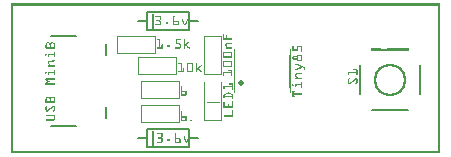
<source format=gto>
G04 MADE WITH FRITZING*
G04 WWW.FRITZING.ORG*
G04 DOUBLE SIDED*
G04 HOLES PLATED*
G04 CONTOUR ON CENTER OF CONTOUR VECTOR*
%ASAXBY*%
%FSLAX23Y23*%
%MOIN*%
%OFA0B0*%
%SFA1.0B1.0*%
%ADD10C,0.108000X0.092*%
%ADD11C,0.019307X0.00330709*%
%ADD12C,0.008000*%
%ADD13R,0.001000X0.001000*%
%LNSILK1*%
G90*
G70*
G54D10*
X1264Y246D03*
G54D11*
X768Y235D03*
G54D12*
X1164Y197D02*
X1164Y296D01*
D02*
X1364Y295D02*
X1364Y197D01*
D02*
X1325Y146D02*
X1204Y146D01*
D02*
X454Y81D02*
X594Y81D01*
D02*
X594Y51D02*
X594Y21D01*
D02*
X594Y21D02*
X454Y21D01*
D02*
X454Y21D02*
X454Y51D01*
D02*
X454Y51D02*
X454Y81D01*
D02*
X594Y51D02*
X624Y51D01*
D02*
X454Y51D02*
X424Y51D01*
D02*
X594Y81D02*
X594Y51D01*
D02*
X474Y76D02*
X474Y26D01*
D02*
X454Y471D02*
X594Y471D01*
D02*
X594Y441D02*
X594Y411D01*
D02*
X594Y411D02*
X454Y411D01*
D02*
X454Y411D02*
X454Y441D01*
D02*
X454Y441D02*
X454Y471D01*
D02*
X594Y441D02*
X624Y441D01*
D02*
X454Y441D02*
X424Y441D01*
D02*
X594Y471D02*
X594Y441D01*
D02*
X474Y466D02*
X474Y416D01*
D02*
X135Y390D02*
X217Y390D01*
D02*
X316Y363D02*
X316Y327D01*
D02*
X316Y154D02*
X316Y119D01*
D02*
X217Y91D02*
X135Y91D01*
G54D13*
X0Y500D02*
X1431Y500D01*
X0Y499D02*
X1431Y499D01*
X0Y498D02*
X1431Y498D01*
X0Y497D02*
X1431Y497D01*
X0Y496D02*
X1431Y496D01*
X0Y495D02*
X1431Y495D01*
X0Y494D02*
X1431Y494D01*
X0Y493D02*
X1431Y493D01*
X0Y492D02*
X7Y492D01*
X1424Y492D02*
X1431Y492D01*
X0Y491D02*
X7Y491D01*
X1424Y491D02*
X1431Y491D01*
X0Y490D02*
X7Y490D01*
X1424Y490D02*
X1431Y490D01*
X0Y489D02*
X7Y489D01*
X1424Y489D02*
X1431Y489D01*
X0Y488D02*
X7Y488D01*
X1424Y488D02*
X1431Y488D01*
X0Y487D02*
X7Y487D01*
X1424Y487D02*
X1431Y487D01*
X0Y486D02*
X7Y486D01*
X1424Y486D02*
X1431Y486D01*
X0Y485D02*
X7Y485D01*
X1424Y485D02*
X1431Y485D01*
X0Y484D02*
X7Y484D01*
X1424Y484D02*
X1431Y484D01*
X0Y483D02*
X7Y483D01*
X1424Y483D02*
X1431Y483D01*
X0Y482D02*
X7Y482D01*
X1424Y482D02*
X1431Y482D01*
X0Y481D02*
X7Y481D01*
X1424Y481D02*
X1431Y481D01*
X0Y480D02*
X7Y480D01*
X1424Y480D02*
X1431Y480D01*
X0Y479D02*
X7Y479D01*
X1424Y479D02*
X1431Y479D01*
X0Y478D02*
X7Y478D01*
X1424Y478D02*
X1431Y478D01*
X0Y477D02*
X7Y477D01*
X1424Y477D02*
X1431Y477D01*
X0Y476D02*
X7Y476D01*
X1424Y476D02*
X1431Y476D01*
X0Y475D02*
X7Y475D01*
X1424Y475D02*
X1431Y475D01*
X0Y474D02*
X7Y474D01*
X1424Y474D02*
X1431Y474D01*
X0Y473D02*
X7Y473D01*
X1424Y473D02*
X1431Y473D01*
X0Y472D02*
X7Y472D01*
X1424Y472D02*
X1431Y472D01*
X0Y471D02*
X7Y471D01*
X1424Y471D02*
X1431Y471D01*
X0Y470D02*
X7Y470D01*
X1424Y470D02*
X1431Y470D01*
X0Y469D02*
X7Y469D01*
X1424Y469D02*
X1431Y469D01*
X0Y468D02*
X7Y468D01*
X1424Y468D02*
X1431Y468D01*
X0Y467D02*
X7Y467D01*
X1424Y467D02*
X1431Y467D01*
X0Y466D02*
X7Y466D01*
X1424Y466D02*
X1431Y466D01*
X0Y465D02*
X7Y465D01*
X1424Y465D02*
X1431Y465D01*
X0Y464D02*
X7Y464D01*
X1424Y464D02*
X1431Y464D01*
X0Y463D02*
X7Y463D01*
X1424Y463D02*
X1431Y463D01*
X0Y462D02*
X7Y462D01*
X1424Y462D02*
X1431Y462D01*
X0Y461D02*
X7Y461D01*
X1424Y461D02*
X1431Y461D01*
X0Y460D02*
X7Y460D01*
X1424Y460D02*
X1431Y460D01*
X0Y459D02*
X7Y459D01*
X1424Y459D02*
X1431Y459D01*
X0Y458D02*
X7Y458D01*
X480Y458D02*
X497Y458D01*
X541Y458D02*
X544Y458D01*
X1424Y458D02*
X1431Y458D01*
X0Y457D02*
X7Y457D01*
X480Y457D02*
X498Y457D01*
X540Y457D02*
X545Y457D01*
X1424Y457D02*
X1431Y457D01*
X0Y456D02*
X7Y456D01*
X480Y456D02*
X499Y456D01*
X540Y456D02*
X545Y456D01*
X1424Y456D02*
X1431Y456D01*
X0Y455D02*
X7Y455D01*
X480Y455D02*
X499Y455D01*
X540Y455D02*
X544Y455D01*
X1424Y455D02*
X1431Y455D01*
X0Y454D02*
X7Y454D01*
X496Y454D02*
X499Y454D01*
X540Y454D02*
X543Y454D01*
X1424Y454D02*
X1431Y454D01*
X0Y453D02*
X7Y453D01*
X496Y453D02*
X499Y453D01*
X540Y453D02*
X543Y453D01*
X1424Y453D02*
X1431Y453D01*
X0Y452D02*
X7Y452D01*
X496Y452D02*
X499Y452D01*
X540Y452D02*
X543Y452D01*
X1424Y452D02*
X1431Y452D01*
X0Y451D02*
X7Y451D01*
X496Y451D02*
X499Y451D01*
X540Y451D02*
X543Y451D01*
X1424Y451D02*
X1431Y451D01*
X0Y450D02*
X7Y450D01*
X496Y450D02*
X499Y450D01*
X540Y450D02*
X543Y450D01*
X1424Y450D02*
X1431Y450D01*
X0Y449D02*
X7Y449D01*
X496Y449D02*
X499Y449D01*
X540Y449D02*
X543Y449D01*
X571Y449D02*
X573Y449D01*
X587Y449D02*
X589Y449D01*
X1424Y449D02*
X1431Y449D01*
X0Y448D02*
X7Y448D01*
X496Y448D02*
X499Y448D01*
X540Y448D02*
X543Y448D01*
X570Y448D02*
X573Y448D01*
X587Y448D02*
X590Y448D01*
X1424Y448D02*
X1431Y448D01*
X0Y447D02*
X7Y447D01*
X496Y447D02*
X499Y447D01*
X540Y447D02*
X543Y447D01*
X570Y447D02*
X573Y447D01*
X586Y447D02*
X590Y447D01*
X1424Y447D02*
X1431Y447D01*
X0Y446D02*
X7Y446D01*
X496Y446D02*
X499Y446D01*
X540Y446D02*
X543Y446D01*
X570Y446D02*
X573Y446D01*
X586Y446D02*
X590Y446D01*
X1424Y446D02*
X1431Y446D01*
X0Y445D02*
X7Y445D01*
X495Y445D02*
X499Y445D01*
X540Y445D02*
X543Y445D01*
X570Y445D02*
X573Y445D01*
X586Y445D02*
X590Y445D01*
X1424Y445D02*
X1431Y445D01*
X0Y444D02*
X7Y444D01*
X485Y444D02*
X499Y444D01*
X540Y444D02*
X543Y444D01*
X570Y444D02*
X573Y444D01*
X586Y444D02*
X590Y444D01*
X1424Y444D02*
X1431Y444D01*
X0Y443D02*
X7Y443D01*
X484Y443D02*
X498Y443D01*
X540Y443D02*
X543Y443D01*
X570Y443D02*
X574Y443D01*
X586Y443D02*
X589Y443D01*
X1424Y443D02*
X1431Y443D01*
X0Y442D02*
X7Y442D01*
X484Y442D02*
X498Y442D01*
X540Y442D02*
X543Y442D01*
X571Y442D02*
X574Y442D01*
X585Y442D02*
X589Y442D01*
X1424Y442D02*
X1431Y442D01*
X0Y441D02*
X7Y441D01*
X484Y441D02*
X499Y441D01*
X540Y441D02*
X543Y441D01*
X571Y441D02*
X575Y441D01*
X585Y441D02*
X588Y441D01*
X1424Y441D02*
X1431Y441D01*
X0Y440D02*
X7Y440D01*
X495Y440D02*
X499Y440D01*
X540Y440D02*
X559Y440D01*
X572Y440D02*
X575Y440D01*
X584Y440D02*
X588Y440D01*
X1424Y440D02*
X1431Y440D01*
X0Y439D02*
X7Y439D01*
X496Y439D02*
X499Y439D01*
X517Y439D02*
X522Y439D01*
X540Y439D02*
X560Y439D01*
X572Y439D02*
X576Y439D01*
X584Y439D02*
X588Y439D01*
X1424Y439D02*
X1431Y439D01*
X0Y438D02*
X7Y438D01*
X496Y438D02*
X499Y438D01*
X516Y438D02*
X523Y438D01*
X540Y438D02*
X560Y438D01*
X572Y438D02*
X576Y438D01*
X584Y438D02*
X587Y438D01*
X1424Y438D02*
X1431Y438D01*
X0Y437D02*
X7Y437D01*
X496Y437D02*
X499Y437D01*
X516Y437D02*
X523Y437D01*
X540Y437D02*
X560Y437D01*
X573Y437D02*
X576Y437D01*
X583Y437D02*
X587Y437D01*
X1424Y437D02*
X1431Y437D01*
X0Y436D02*
X7Y436D01*
X496Y436D02*
X499Y436D01*
X516Y436D02*
X523Y436D01*
X540Y436D02*
X543Y436D01*
X556Y436D02*
X560Y436D01*
X573Y436D02*
X577Y436D01*
X583Y436D02*
X586Y436D01*
X1424Y436D02*
X1431Y436D01*
X0Y435D02*
X7Y435D01*
X496Y435D02*
X499Y435D01*
X516Y435D02*
X523Y435D01*
X540Y435D02*
X543Y435D01*
X556Y435D02*
X560Y435D01*
X574Y435D02*
X577Y435D01*
X582Y435D02*
X586Y435D01*
X1424Y435D02*
X1431Y435D01*
X0Y434D02*
X7Y434D01*
X496Y434D02*
X499Y434D01*
X516Y434D02*
X523Y434D01*
X540Y434D02*
X543Y434D01*
X556Y434D02*
X560Y434D01*
X574Y434D02*
X578Y434D01*
X582Y434D02*
X585Y434D01*
X1424Y434D02*
X1431Y434D01*
X0Y433D02*
X7Y433D01*
X496Y433D02*
X499Y433D01*
X516Y433D02*
X523Y433D01*
X540Y433D02*
X543Y433D01*
X556Y433D02*
X560Y433D01*
X575Y433D02*
X578Y433D01*
X581Y433D02*
X585Y433D01*
X1424Y433D02*
X1431Y433D01*
X0Y432D02*
X7Y432D01*
X496Y432D02*
X499Y432D01*
X517Y432D02*
X523Y432D01*
X540Y432D02*
X543Y432D01*
X556Y432D02*
X560Y432D01*
X575Y432D02*
X579Y432D01*
X581Y432D02*
X585Y432D01*
X1424Y432D02*
X1431Y432D01*
X0Y431D02*
X7Y431D01*
X496Y431D02*
X499Y431D01*
X540Y431D02*
X543Y431D01*
X556Y431D02*
X560Y431D01*
X575Y431D02*
X584Y431D01*
X1424Y431D02*
X1431Y431D01*
X0Y430D02*
X7Y430D01*
X481Y430D02*
X499Y430D01*
X540Y430D02*
X560Y430D01*
X576Y430D02*
X584Y430D01*
X1424Y430D02*
X1431Y430D01*
X0Y429D02*
X7Y429D01*
X480Y429D02*
X499Y429D01*
X540Y429D02*
X560Y429D01*
X576Y429D02*
X583Y429D01*
X1424Y429D02*
X1431Y429D01*
X0Y428D02*
X7Y428D01*
X480Y428D02*
X499Y428D01*
X540Y428D02*
X560Y428D01*
X577Y428D02*
X583Y428D01*
X1424Y428D02*
X1431Y428D01*
X0Y427D02*
X7Y427D01*
X480Y427D02*
X498Y427D01*
X540Y427D02*
X559Y427D01*
X577Y427D02*
X582Y427D01*
X1424Y427D02*
X1431Y427D01*
X0Y426D02*
X7Y426D01*
X1424Y426D02*
X1431Y426D01*
X0Y425D02*
X7Y425D01*
X1424Y425D02*
X1431Y425D01*
X0Y424D02*
X7Y424D01*
X1424Y424D02*
X1431Y424D01*
X0Y423D02*
X7Y423D01*
X1424Y423D02*
X1431Y423D01*
X0Y422D02*
X7Y422D01*
X1424Y422D02*
X1431Y422D01*
X0Y421D02*
X7Y421D01*
X1424Y421D02*
X1431Y421D01*
X0Y420D02*
X7Y420D01*
X1424Y420D02*
X1431Y420D01*
X0Y419D02*
X7Y419D01*
X1424Y419D02*
X1431Y419D01*
X0Y418D02*
X7Y418D01*
X1424Y418D02*
X1431Y418D01*
X0Y417D02*
X7Y417D01*
X1424Y417D02*
X1431Y417D01*
X0Y416D02*
X7Y416D01*
X1424Y416D02*
X1431Y416D01*
X0Y415D02*
X7Y415D01*
X1424Y415D02*
X1431Y415D01*
X0Y414D02*
X7Y414D01*
X1424Y414D02*
X1431Y414D01*
X0Y413D02*
X7Y413D01*
X1424Y413D02*
X1431Y413D01*
X0Y412D02*
X7Y412D01*
X1424Y412D02*
X1431Y412D01*
X0Y411D02*
X7Y411D01*
X1424Y411D02*
X1431Y411D01*
X0Y410D02*
X7Y410D01*
X1424Y410D02*
X1431Y410D01*
X0Y409D02*
X7Y409D01*
X1424Y409D02*
X1431Y409D01*
X0Y408D02*
X7Y408D01*
X1424Y408D02*
X1431Y408D01*
X0Y407D02*
X7Y407D01*
X1424Y407D02*
X1431Y407D01*
X0Y406D02*
X7Y406D01*
X1424Y406D02*
X1431Y406D01*
X0Y405D02*
X7Y405D01*
X1424Y405D02*
X1431Y405D01*
X0Y404D02*
X7Y404D01*
X1424Y404D02*
X1431Y404D01*
X0Y403D02*
X7Y403D01*
X1424Y403D02*
X1431Y403D01*
X0Y402D02*
X7Y402D01*
X1424Y402D02*
X1431Y402D01*
X0Y401D02*
X7Y401D01*
X1424Y401D02*
X1431Y401D01*
X0Y400D02*
X7Y400D01*
X1424Y400D02*
X1431Y400D01*
X0Y399D02*
X7Y399D01*
X707Y399D02*
X709Y399D01*
X1424Y399D02*
X1431Y399D01*
X0Y398D02*
X7Y398D01*
X707Y398D02*
X710Y398D01*
X1424Y398D02*
X1431Y398D01*
X0Y397D02*
X7Y397D01*
X707Y397D02*
X710Y397D01*
X1424Y397D02*
X1431Y397D01*
X0Y396D02*
X7Y396D01*
X707Y396D02*
X710Y396D01*
X1424Y396D02*
X1431Y396D01*
X0Y395D02*
X7Y395D01*
X707Y395D02*
X710Y395D01*
X718Y395D02*
X720Y395D01*
X1424Y395D02*
X1431Y395D01*
X0Y394D02*
X7Y394D01*
X707Y394D02*
X710Y394D01*
X717Y394D02*
X720Y394D01*
X1424Y394D02*
X1431Y394D01*
X0Y393D02*
X7Y393D01*
X707Y393D02*
X710Y393D01*
X717Y393D02*
X720Y393D01*
X1424Y393D02*
X1431Y393D01*
X0Y392D02*
X7Y392D01*
X645Y392D02*
X703Y392D01*
X707Y392D02*
X710Y392D01*
X717Y392D02*
X720Y392D01*
X1424Y392D02*
X1431Y392D01*
X0Y391D02*
X7Y391D01*
X645Y391D02*
X703Y391D01*
X707Y391D02*
X710Y391D01*
X717Y391D02*
X720Y391D01*
X1424Y391D02*
X1431Y391D01*
X0Y390D02*
X7Y390D01*
X353Y390D02*
X482Y390D01*
X645Y390D02*
X703Y390D01*
X707Y390D02*
X710Y390D01*
X717Y390D02*
X720Y390D01*
X1424Y390D02*
X1431Y390D01*
X0Y389D02*
X7Y389D01*
X353Y389D02*
X482Y389D01*
X645Y389D02*
X647Y389D01*
X701Y389D02*
X703Y389D01*
X707Y389D02*
X710Y389D01*
X717Y389D02*
X720Y389D01*
X1424Y389D02*
X1431Y389D01*
X0Y388D02*
X7Y388D01*
X353Y388D02*
X482Y388D01*
X645Y388D02*
X647Y388D01*
X701Y388D02*
X703Y388D01*
X707Y388D02*
X710Y388D01*
X717Y388D02*
X720Y388D01*
X1424Y388D02*
X1431Y388D01*
X0Y387D02*
X7Y387D01*
X353Y387D02*
X355Y387D01*
X413Y387D02*
X421Y387D01*
X480Y387D02*
X482Y387D01*
X645Y387D02*
X647Y387D01*
X701Y387D02*
X703Y387D01*
X707Y387D02*
X710Y387D01*
X717Y387D02*
X720Y387D01*
X1424Y387D02*
X1431Y387D01*
X0Y386D02*
X7Y386D01*
X353Y386D02*
X355Y386D01*
X480Y386D02*
X482Y386D01*
X645Y386D02*
X647Y386D01*
X701Y386D02*
X703Y386D01*
X707Y386D02*
X710Y386D01*
X717Y386D02*
X720Y386D01*
X1424Y386D02*
X1431Y386D01*
X0Y385D02*
X7Y385D01*
X353Y385D02*
X355Y385D01*
X480Y385D02*
X482Y385D01*
X645Y385D02*
X647Y385D01*
X701Y385D02*
X703Y385D01*
X707Y385D02*
X710Y385D01*
X717Y385D02*
X720Y385D01*
X1424Y385D02*
X1431Y385D01*
X0Y384D02*
X7Y384D01*
X353Y384D02*
X355Y384D01*
X480Y384D02*
X482Y384D01*
X645Y384D02*
X647Y384D01*
X701Y384D02*
X703Y384D01*
X707Y384D02*
X710Y384D01*
X717Y384D02*
X720Y384D01*
X1424Y384D02*
X1431Y384D01*
X0Y383D02*
X7Y383D01*
X353Y383D02*
X355Y383D01*
X480Y383D02*
X482Y383D01*
X645Y383D02*
X647Y383D01*
X701Y383D02*
X703Y383D01*
X707Y383D02*
X737Y383D01*
X1424Y383D02*
X1431Y383D01*
X0Y382D02*
X7Y382D01*
X353Y382D02*
X355Y382D01*
X480Y382D02*
X482Y382D01*
X645Y382D02*
X647Y382D01*
X701Y382D02*
X703Y382D01*
X707Y382D02*
X738Y382D01*
X1424Y382D02*
X1431Y382D01*
X0Y381D02*
X7Y381D01*
X353Y381D02*
X355Y381D01*
X480Y381D02*
X482Y381D01*
X487Y381D02*
X497Y381D01*
X550Y381D02*
X565Y381D01*
X577Y381D02*
X578Y381D01*
X645Y381D02*
X647Y381D01*
X701Y381D02*
X703Y381D01*
X707Y381D02*
X738Y381D01*
X1424Y381D02*
X1431Y381D01*
X0Y380D02*
X7Y380D01*
X353Y380D02*
X355Y380D01*
X480Y380D02*
X482Y380D01*
X486Y380D02*
X497Y380D01*
X550Y380D02*
X566Y380D01*
X576Y380D02*
X579Y380D01*
X645Y380D02*
X647Y380D01*
X701Y380D02*
X703Y380D01*
X707Y380D02*
X738Y380D01*
X1424Y380D02*
X1431Y380D01*
X0Y379D02*
X7Y379D01*
X353Y379D02*
X355Y379D01*
X480Y379D02*
X482Y379D01*
X486Y379D02*
X497Y379D01*
X550Y379D02*
X566Y379D01*
X576Y379D02*
X579Y379D01*
X645Y379D02*
X647Y379D01*
X701Y379D02*
X703Y379D01*
X1424Y379D02*
X1431Y379D01*
X0Y378D02*
X7Y378D01*
X353Y378D02*
X355Y378D01*
X480Y378D02*
X482Y378D01*
X486Y378D02*
X497Y378D01*
X550Y378D02*
X565Y378D01*
X576Y378D02*
X579Y378D01*
X645Y378D02*
X647Y378D01*
X701Y378D02*
X703Y378D01*
X1424Y378D02*
X1431Y378D01*
X0Y377D02*
X7Y377D01*
X353Y377D02*
X355Y377D01*
X480Y377D02*
X482Y377D01*
X494Y377D02*
X497Y377D01*
X550Y377D02*
X554Y377D01*
X576Y377D02*
X579Y377D01*
X645Y377D02*
X647Y377D01*
X701Y377D02*
X703Y377D01*
X1424Y377D02*
X1431Y377D01*
X0Y376D02*
X7Y376D01*
X353Y376D02*
X355Y376D01*
X480Y376D02*
X482Y376D01*
X494Y376D02*
X497Y376D01*
X550Y376D02*
X553Y376D01*
X576Y376D02*
X579Y376D01*
X645Y376D02*
X647Y376D01*
X701Y376D02*
X703Y376D01*
X1424Y376D02*
X1431Y376D01*
X0Y375D02*
X7Y375D01*
X353Y375D02*
X355Y375D01*
X480Y375D02*
X482Y375D01*
X494Y375D02*
X497Y375D01*
X550Y375D02*
X553Y375D01*
X576Y375D02*
X579Y375D01*
X645Y375D02*
X647Y375D01*
X701Y375D02*
X703Y375D01*
X1424Y375D02*
X1431Y375D01*
X0Y374D02*
X7Y374D01*
X353Y374D02*
X355Y374D01*
X480Y374D02*
X482Y374D01*
X494Y374D02*
X497Y374D01*
X550Y374D02*
X553Y374D01*
X576Y374D02*
X579Y374D01*
X645Y374D02*
X647Y374D01*
X701Y374D02*
X703Y374D01*
X1424Y374D02*
X1431Y374D01*
X0Y373D02*
X7Y373D01*
X353Y373D02*
X355Y373D01*
X480Y373D02*
X482Y373D01*
X494Y373D02*
X497Y373D01*
X550Y373D02*
X553Y373D01*
X576Y373D02*
X579Y373D01*
X645Y373D02*
X647Y373D01*
X701Y373D02*
X703Y373D01*
X1424Y373D02*
X1431Y373D01*
X0Y372D02*
X7Y372D01*
X353Y372D02*
X355Y372D01*
X480Y372D02*
X482Y372D01*
X494Y372D02*
X497Y372D01*
X550Y372D02*
X553Y372D01*
X576Y372D02*
X579Y372D01*
X591Y372D02*
X593Y372D01*
X645Y372D02*
X647Y372D01*
X701Y372D02*
X703Y372D01*
X1424Y372D02*
X1431Y372D01*
X0Y371D02*
X7Y371D01*
X353Y371D02*
X355Y371D01*
X480Y371D02*
X482Y371D01*
X494Y371D02*
X497Y371D01*
X550Y371D02*
X553Y371D01*
X576Y371D02*
X579Y371D01*
X590Y371D02*
X594Y371D01*
X645Y371D02*
X647Y371D01*
X701Y371D02*
X703Y371D01*
X1424Y371D02*
X1431Y371D01*
X0Y370D02*
X7Y370D01*
X121Y370D02*
X127Y370D01*
X135Y370D02*
X141Y370D01*
X353Y370D02*
X355Y370D01*
X480Y370D02*
X482Y370D01*
X494Y370D02*
X497Y370D01*
X550Y370D02*
X553Y370D01*
X576Y370D02*
X579Y370D01*
X589Y370D02*
X594Y370D01*
X645Y370D02*
X647Y370D01*
X701Y370D02*
X703Y370D01*
X1424Y370D02*
X1431Y370D01*
X0Y369D02*
X7Y369D01*
X119Y369D02*
X129Y369D01*
X133Y369D02*
X143Y369D01*
X353Y369D02*
X355Y369D01*
X480Y369D02*
X482Y369D01*
X494Y369D02*
X497Y369D01*
X550Y369D02*
X553Y369D01*
X576Y369D02*
X579Y369D01*
X588Y369D02*
X593Y369D01*
X645Y369D02*
X647Y369D01*
X701Y369D02*
X703Y369D01*
X720Y369D02*
X737Y369D01*
X1424Y369D02*
X1431Y369D01*
X0Y368D02*
X7Y368D01*
X118Y368D02*
X130Y368D01*
X132Y368D02*
X144Y368D01*
X353Y368D02*
X355Y368D01*
X480Y368D02*
X482Y368D01*
X494Y368D02*
X497Y368D01*
X550Y368D02*
X553Y368D01*
X576Y368D02*
X579Y368D01*
X587Y368D02*
X592Y368D01*
X645Y368D02*
X647Y368D01*
X701Y368D02*
X703Y368D01*
X718Y368D02*
X738Y368D01*
X1424Y368D02*
X1431Y368D01*
X0Y367D02*
X7Y367D01*
X117Y367D02*
X145Y367D01*
X353Y367D02*
X355Y367D01*
X480Y367D02*
X482Y367D01*
X494Y367D02*
X497Y367D01*
X550Y367D02*
X563Y367D01*
X576Y367D02*
X579Y367D01*
X586Y367D02*
X591Y367D01*
X645Y367D02*
X647Y367D01*
X701Y367D02*
X703Y367D01*
X717Y367D02*
X738Y367D01*
X1424Y367D02*
X1431Y367D01*
X0Y366D02*
X7Y366D01*
X117Y366D02*
X121Y366D01*
X127Y366D02*
X136Y366D01*
X141Y366D02*
X146Y366D01*
X353Y366D02*
X355Y366D01*
X480Y366D02*
X482Y366D01*
X494Y366D02*
X497Y366D01*
X550Y366D02*
X564Y366D01*
X576Y366D02*
X579Y366D01*
X584Y366D02*
X590Y366D01*
X645Y366D02*
X647Y366D01*
X701Y366D02*
X703Y366D01*
X716Y366D02*
X737Y366D01*
X1424Y366D02*
X1431Y366D01*
X0Y365D02*
X7Y365D01*
X116Y365D02*
X120Y365D01*
X128Y365D02*
X134Y365D01*
X142Y365D02*
X146Y365D01*
X353Y365D02*
X355Y365D01*
X480Y365D02*
X482Y365D01*
X494Y365D02*
X497Y365D01*
X550Y365D02*
X565Y365D01*
X576Y365D02*
X579Y365D01*
X583Y365D02*
X589Y365D01*
X645Y365D02*
X647Y365D01*
X701Y365D02*
X703Y365D01*
X716Y365D02*
X722Y365D01*
X1424Y365D02*
X1431Y365D01*
X0Y364D02*
X7Y364D01*
X116Y364D02*
X119Y364D01*
X129Y364D02*
X133Y364D01*
X143Y364D02*
X147Y364D01*
X353Y364D02*
X355Y364D01*
X480Y364D02*
X482Y364D01*
X494Y364D02*
X497Y364D01*
X550Y364D02*
X566Y364D01*
X576Y364D02*
X579Y364D01*
X582Y364D02*
X588Y364D01*
X645Y364D02*
X647Y364D01*
X701Y364D02*
X703Y364D01*
X716Y364D02*
X719Y364D01*
X1424Y364D02*
X1431Y364D01*
X0Y363D02*
X7Y363D01*
X116Y363D02*
X119Y363D01*
X129Y363D02*
X133Y363D01*
X144Y363D02*
X147Y363D01*
X353Y363D02*
X355Y363D01*
X480Y363D02*
X482Y363D01*
X494Y363D02*
X497Y363D01*
X503Y363D02*
X505Y363D01*
X562Y363D02*
X566Y363D01*
X576Y363D02*
X586Y363D01*
X645Y363D02*
X647Y363D01*
X701Y363D02*
X703Y363D01*
X715Y363D02*
X719Y363D01*
X1424Y363D02*
X1431Y363D01*
X0Y362D02*
X7Y362D01*
X116Y362D02*
X119Y362D01*
X130Y362D02*
X133Y362D01*
X144Y362D02*
X147Y362D01*
X353Y362D02*
X355Y362D01*
X480Y362D02*
X482Y362D01*
X494Y362D02*
X497Y362D01*
X502Y362D02*
X506Y362D01*
X563Y362D02*
X566Y362D01*
X576Y362D02*
X585Y362D01*
X645Y362D02*
X647Y362D01*
X701Y362D02*
X703Y362D01*
X715Y362D02*
X719Y362D01*
X1424Y362D02*
X1431Y362D01*
X0Y361D02*
X7Y361D01*
X115Y361D02*
X119Y361D01*
X130Y361D02*
X133Y361D01*
X144Y361D02*
X147Y361D01*
X353Y361D02*
X355Y361D01*
X480Y361D02*
X482Y361D01*
X494Y361D02*
X497Y361D01*
X502Y361D02*
X506Y361D01*
X523Y361D02*
X529Y361D01*
X563Y361D02*
X566Y361D01*
X576Y361D02*
X585Y361D01*
X645Y361D02*
X647Y361D01*
X701Y361D02*
X703Y361D01*
X715Y361D02*
X719Y361D01*
X1424Y361D02*
X1431Y361D01*
X0Y360D02*
X7Y360D01*
X115Y360D02*
X119Y360D01*
X130Y360D02*
X133Y360D01*
X144Y360D02*
X147Y360D01*
X353Y360D02*
X355Y360D01*
X480Y360D02*
X482Y360D01*
X494Y360D02*
X497Y360D01*
X502Y360D02*
X506Y360D01*
X522Y360D02*
X529Y360D01*
X563Y360D02*
X566Y360D01*
X576Y360D02*
X586Y360D01*
X645Y360D02*
X647Y360D01*
X701Y360D02*
X703Y360D01*
X715Y360D02*
X719Y360D01*
X1424Y360D02*
X1431Y360D01*
X0Y359D02*
X7Y359D01*
X115Y359D02*
X119Y359D01*
X130Y359D02*
X133Y359D01*
X144Y359D02*
X147Y359D01*
X353Y359D02*
X355Y359D01*
X480Y359D02*
X482Y359D01*
X494Y359D02*
X497Y359D01*
X502Y359D02*
X506Y359D01*
X522Y359D02*
X530Y359D01*
X563Y359D02*
X566Y359D01*
X576Y359D02*
X588Y359D01*
X645Y359D02*
X647Y359D01*
X701Y359D02*
X703Y359D01*
X716Y359D02*
X719Y359D01*
X941Y359D02*
X941Y359D01*
X958Y359D02*
X967Y359D01*
X1424Y359D02*
X1431Y359D01*
X0Y358D02*
X7Y358D01*
X115Y358D02*
X119Y358D01*
X130Y358D02*
X133Y358D01*
X144Y358D02*
X147Y358D01*
X353Y358D02*
X355Y358D01*
X480Y358D02*
X482Y358D01*
X494Y358D02*
X497Y358D01*
X502Y358D02*
X506Y358D01*
X522Y358D02*
X530Y358D01*
X563Y358D02*
X566Y358D01*
X576Y358D02*
X580Y358D01*
X583Y358D02*
X589Y358D01*
X645Y358D02*
X647Y358D01*
X701Y358D02*
X703Y358D01*
X716Y358D02*
X720Y358D01*
X940Y358D02*
X942Y358D01*
X955Y358D02*
X969Y358D01*
X1424Y358D02*
X1431Y358D01*
X0Y357D02*
X7Y357D01*
X115Y357D02*
X119Y357D01*
X130Y357D02*
X133Y357D01*
X144Y357D02*
X147Y357D01*
X353Y357D02*
X355Y357D01*
X480Y357D02*
X482Y357D01*
X494Y357D02*
X497Y357D01*
X502Y357D02*
X506Y357D01*
X522Y357D02*
X530Y357D01*
X563Y357D02*
X566Y357D01*
X576Y357D02*
X580Y357D01*
X585Y357D02*
X590Y357D01*
X645Y357D02*
X647Y357D01*
X701Y357D02*
X703Y357D01*
X717Y357D02*
X721Y357D01*
X939Y357D02*
X943Y357D01*
X954Y357D02*
X970Y357D01*
X1424Y357D02*
X1431Y357D01*
X0Y356D02*
X7Y356D01*
X115Y356D02*
X119Y356D01*
X130Y356D02*
X133Y356D01*
X144Y356D02*
X147Y356D01*
X353Y356D02*
X355Y356D01*
X480Y356D02*
X482Y356D01*
X494Y356D02*
X497Y356D01*
X502Y356D02*
X506Y356D01*
X522Y356D02*
X529Y356D01*
X563Y356D02*
X566Y356D01*
X576Y356D02*
X579Y356D01*
X586Y356D02*
X591Y356D01*
X645Y356D02*
X647Y356D01*
X701Y356D02*
X703Y356D01*
X717Y356D02*
X721Y356D01*
X939Y356D02*
X943Y356D01*
X954Y356D02*
X971Y356D01*
X1424Y356D02*
X1431Y356D01*
X0Y355D02*
X7Y355D01*
X115Y355D02*
X119Y355D01*
X130Y355D02*
X133Y355D01*
X144Y355D02*
X147Y355D01*
X353Y355D02*
X355Y355D01*
X480Y355D02*
X482Y355D01*
X494Y355D02*
X497Y355D01*
X502Y355D02*
X506Y355D01*
X523Y355D02*
X529Y355D01*
X563Y355D02*
X566Y355D01*
X576Y355D02*
X579Y355D01*
X587Y355D02*
X592Y355D01*
X645Y355D02*
X647Y355D01*
X701Y355D02*
X703Y355D01*
X718Y355D02*
X722Y355D01*
X939Y355D02*
X943Y355D01*
X954Y355D02*
X971Y355D01*
X1424Y355D02*
X1431Y355D01*
X0Y354D02*
X7Y354D01*
X115Y354D02*
X119Y354D01*
X129Y354D02*
X133Y354D01*
X143Y354D02*
X147Y354D01*
X353Y354D02*
X355Y354D01*
X480Y354D02*
X482Y354D01*
X494Y354D02*
X497Y354D01*
X502Y354D02*
X506Y354D01*
X547Y354D02*
X550Y354D01*
X563Y354D02*
X566Y354D01*
X576Y354D02*
X579Y354D01*
X588Y354D02*
X594Y354D01*
X645Y354D02*
X647Y354D01*
X701Y354D02*
X703Y354D01*
X718Y354D02*
X722Y354D01*
X939Y354D02*
X943Y354D01*
X954Y354D02*
X957Y354D01*
X968Y354D02*
X971Y354D01*
X1424Y354D02*
X1431Y354D01*
X0Y353D02*
X7Y353D01*
X115Y353D02*
X147Y353D01*
X353Y353D02*
X355Y353D01*
X480Y353D02*
X482Y353D01*
X488Y353D02*
X506Y353D01*
X546Y353D02*
X566Y353D01*
X576Y353D02*
X579Y353D01*
X589Y353D02*
X595Y353D01*
X645Y353D02*
X647Y353D01*
X701Y353D02*
X703Y353D01*
X717Y353D02*
X737Y353D01*
X939Y353D02*
X943Y353D01*
X954Y353D02*
X957Y353D01*
X968Y353D02*
X971Y353D01*
X1424Y353D02*
X1431Y353D01*
X0Y352D02*
X7Y352D01*
X115Y352D02*
X147Y352D01*
X353Y352D02*
X355Y352D01*
X480Y352D02*
X482Y352D01*
X486Y352D02*
X506Y352D01*
X546Y352D02*
X566Y352D01*
X576Y352D02*
X579Y352D01*
X590Y352D02*
X596Y352D01*
X645Y352D02*
X647Y352D01*
X701Y352D02*
X703Y352D01*
X716Y352D02*
X738Y352D01*
X939Y352D02*
X943Y352D01*
X954Y352D02*
X957Y352D01*
X968Y352D02*
X971Y352D01*
X1424Y352D02*
X1431Y352D01*
X0Y351D02*
X7Y351D01*
X115Y351D02*
X147Y351D01*
X353Y351D02*
X355Y351D01*
X480Y351D02*
X482Y351D01*
X486Y351D02*
X506Y351D01*
X547Y351D02*
X565Y351D01*
X576Y351D02*
X579Y351D01*
X592Y351D02*
X596Y351D01*
X645Y351D02*
X647Y351D01*
X701Y351D02*
X703Y351D01*
X715Y351D02*
X738Y351D01*
X939Y351D02*
X943Y351D01*
X954Y351D02*
X957Y351D01*
X968Y351D02*
X971Y351D01*
X1424Y351D02*
X1431Y351D01*
X0Y350D02*
X7Y350D01*
X116Y350D02*
X147Y350D01*
X353Y350D02*
X355Y350D01*
X480Y350D02*
X482Y350D01*
X486Y350D02*
X505Y350D01*
X549Y350D02*
X564Y350D01*
X576Y350D02*
X579Y350D01*
X593Y350D02*
X596Y350D01*
X645Y350D02*
X647Y350D01*
X701Y350D02*
X703Y350D01*
X716Y350D02*
X738Y350D01*
X939Y350D02*
X943Y350D01*
X954Y350D02*
X957Y350D01*
X968Y350D02*
X971Y350D01*
X1202Y350D02*
X1234Y350D01*
X1253Y350D02*
X1325Y350D01*
X1424Y350D02*
X1431Y350D01*
X0Y349D02*
X7Y349D01*
X353Y349D02*
X355Y349D01*
X480Y349D02*
X482Y349D01*
X487Y349D02*
X504Y349D01*
X552Y349D02*
X562Y349D01*
X578Y349D02*
X578Y349D01*
X594Y349D02*
X594Y349D01*
X645Y349D02*
X647Y349D01*
X701Y349D02*
X703Y349D01*
X717Y349D02*
X736Y349D01*
X939Y349D02*
X943Y349D01*
X954Y349D02*
X957Y349D01*
X968Y349D02*
X971Y349D01*
X1201Y349D02*
X1239Y349D01*
X1248Y349D02*
X1327Y349D01*
X1424Y349D02*
X1431Y349D01*
X0Y348D02*
X7Y348D01*
X353Y348D02*
X355Y348D01*
X480Y348D02*
X482Y348D01*
X645Y348D02*
X647Y348D01*
X701Y348D02*
X703Y348D01*
X745Y348D02*
X746Y348D01*
X931Y348D02*
X932Y348D01*
X939Y348D02*
X943Y348D01*
X954Y348D02*
X957Y348D01*
X968Y348D02*
X971Y348D01*
X1200Y348D02*
X1327Y348D01*
X1424Y348D02*
X1431Y348D01*
X0Y347D02*
X7Y347D01*
X353Y347D02*
X355Y347D01*
X480Y347D02*
X482Y347D01*
X645Y347D02*
X647Y347D01*
X701Y347D02*
X703Y347D01*
X744Y347D02*
X746Y347D01*
X931Y347D02*
X933Y347D01*
X939Y347D02*
X943Y347D01*
X953Y347D02*
X957Y347D01*
X968Y347D02*
X971Y347D01*
X1200Y347D02*
X1328Y347D01*
X1424Y347D02*
X1431Y347D01*
X0Y346D02*
X7Y346D01*
X353Y346D02*
X355Y346D01*
X480Y346D02*
X482Y346D01*
X645Y346D02*
X647Y346D01*
X701Y346D02*
X703Y346D01*
X743Y346D02*
X746Y346D01*
X931Y346D02*
X934Y346D01*
X939Y346D02*
X957Y346D01*
X968Y346D02*
X971Y346D01*
X1200Y346D02*
X1328Y346D01*
X1424Y346D02*
X1431Y346D01*
X0Y345D02*
X7Y345D01*
X353Y345D02*
X355Y345D01*
X480Y345D02*
X482Y345D01*
X645Y345D02*
X647Y345D01*
X701Y345D02*
X703Y345D01*
X743Y345D02*
X746Y345D01*
X931Y345D02*
X934Y345D01*
X939Y345D02*
X957Y345D01*
X968Y345D02*
X971Y345D01*
X1200Y345D02*
X1327Y345D01*
X1424Y345D02*
X1431Y345D01*
X0Y344D02*
X7Y344D01*
X353Y344D02*
X355Y344D01*
X480Y344D02*
X482Y344D01*
X645Y344D02*
X647Y344D01*
X701Y344D02*
X703Y344D01*
X743Y344D02*
X746Y344D01*
X931Y344D02*
X934Y344D01*
X939Y344D02*
X957Y344D01*
X967Y344D02*
X971Y344D01*
X1200Y344D02*
X1327Y344D01*
X1424Y344D02*
X1431Y344D01*
X0Y343D02*
X7Y343D01*
X353Y343D02*
X355Y343D01*
X480Y343D02*
X482Y343D01*
X645Y343D02*
X647Y343D01*
X701Y343D02*
X703Y343D01*
X743Y343D02*
X746Y343D01*
X931Y343D02*
X934Y343D01*
X939Y343D02*
X957Y343D01*
X967Y343D02*
X971Y343D01*
X1201Y343D02*
X1326Y343D01*
X1424Y343D02*
X1431Y343D01*
X0Y342D02*
X7Y342D01*
X353Y342D02*
X355Y342D01*
X480Y342D02*
X482Y342D01*
X645Y342D02*
X647Y342D01*
X701Y342D02*
X703Y342D01*
X743Y342D02*
X746Y342D01*
X931Y342D02*
X934Y342D01*
X966Y342D02*
X970Y342D01*
X1424Y342D02*
X1431Y342D01*
X0Y341D02*
X7Y341D01*
X353Y341D02*
X355Y341D01*
X480Y341D02*
X482Y341D01*
X645Y341D02*
X647Y341D01*
X701Y341D02*
X703Y341D01*
X743Y341D02*
X746Y341D01*
X931Y341D02*
X934Y341D01*
X966Y341D02*
X970Y341D01*
X1424Y341D02*
X1431Y341D01*
X0Y340D02*
X7Y340D01*
X353Y340D02*
X355Y340D01*
X480Y340D02*
X482Y340D01*
X645Y340D02*
X647Y340D01*
X701Y340D02*
X703Y340D01*
X743Y340D02*
X746Y340D01*
X931Y340D02*
X934Y340D01*
X966Y340D02*
X969Y340D01*
X1424Y340D02*
X1431Y340D01*
X0Y339D02*
X7Y339D01*
X353Y339D02*
X355Y339D01*
X480Y339D02*
X482Y339D01*
X645Y339D02*
X647Y339D01*
X701Y339D02*
X703Y339D01*
X709Y339D02*
X736Y339D01*
X743Y339D02*
X746Y339D01*
X931Y339D02*
X934Y339D01*
X967Y339D02*
X969Y339D01*
X1424Y339D02*
X1431Y339D01*
X0Y338D02*
X7Y338D01*
X145Y338D02*
X146Y338D01*
X353Y338D02*
X355Y338D01*
X480Y338D02*
X482Y338D01*
X645Y338D02*
X647Y338D01*
X701Y338D02*
X703Y338D01*
X708Y338D02*
X737Y338D01*
X743Y338D02*
X746Y338D01*
X931Y338D02*
X934Y338D01*
X1424Y338D02*
X1431Y338D01*
X0Y337D02*
X7Y337D01*
X144Y337D02*
X147Y337D01*
X353Y337D02*
X355Y337D01*
X480Y337D02*
X482Y337D01*
X645Y337D02*
X647Y337D01*
X701Y337D02*
X703Y337D01*
X707Y337D02*
X738Y337D01*
X743Y337D02*
X746Y337D01*
X931Y337D02*
X934Y337D01*
X1424Y337D02*
X1431Y337D01*
X0Y336D02*
X7Y336D01*
X144Y336D02*
X147Y336D01*
X353Y336D02*
X355Y336D01*
X480Y336D02*
X482Y336D01*
X645Y336D02*
X647Y336D01*
X701Y336D02*
X703Y336D01*
X707Y336D02*
X738Y336D01*
X743Y336D02*
X746Y336D01*
X931Y336D02*
X934Y336D01*
X1424Y336D02*
X1431Y336D01*
X0Y335D02*
X7Y335D01*
X144Y335D02*
X147Y335D01*
X353Y335D02*
X355Y335D01*
X413Y335D02*
X422Y335D01*
X480Y335D02*
X482Y335D01*
X645Y335D02*
X647Y335D01*
X701Y335D02*
X703Y335D01*
X707Y335D02*
X710Y335D01*
X735Y335D02*
X738Y335D01*
X743Y335D02*
X746Y335D01*
X931Y335D02*
X934Y335D01*
X1424Y335D02*
X1431Y335D01*
X0Y334D02*
X7Y334D01*
X144Y334D02*
X147Y334D01*
X353Y334D02*
X482Y334D01*
X645Y334D02*
X647Y334D01*
X701Y334D02*
X703Y334D01*
X707Y334D02*
X710Y334D01*
X735Y334D02*
X738Y334D01*
X743Y334D02*
X746Y334D01*
X931Y334D02*
X934Y334D01*
X1424Y334D02*
X1431Y334D01*
X0Y333D02*
X7Y333D01*
X144Y333D02*
X147Y333D01*
X353Y333D02*
X482Y333D01*
X645Y333D02*
X647Y333D01*
X701Y333D02*
X703Y333D01*
X707Y333D02*
X710Y333D01*
X735Y333D02*
X738Y333D01*
X743Y333D02*
X746Y333D01*
X931Y333D02*
X934Y333D01*
X1424Y333D02*
X1431Y333D01*
X0Y332D02*
X7Y332D01*
X115Y332D02*
X117Y332D01*
X126Y332D02*
X147Y332D01*
X353Y332D02*
X481Y332D01*
X645Y332D02*
X648Y332D01*
X700Y332D02*
X703Y332D01*
X707Y332D02*
X710Y332D01*
X735Y332D02*
X738Y332D01*
X743Y332D02*
X746Y332D01*
X931Y332D02*
X934Y332D01*
X1424Y332D02*
X1431Y332D01*
X0Y331D02*
X7Y331D01*
X114Y331D02*
X118Y331D01*
X125Y331D02*
X147Y331D01*
X645Y331D02*
X648Y331D01*
X700Y331D02*
X703Y331D01*
X707Y331D02*
X710Y331D01*
X735Y331D02*
X738Y331D01*
X743Y331D02*
X746Y331D01*
X931Y331D02*
X934Y331D01*
X1424Y331D02*
X1431Y331D01*
X0Y330D02*
X7Y330D01*
X114Y330D02*
X119Y330D01*
X124Y330D02*
X147Y330D01*
X645Y330D02*
X648Y330D01*
X700Y330D02*
X703Y330D01*
X707Y330D02*
X710Y330D01*
X735Y330D02*
X738Y330D01*
X743Y330D02*
X746Y330D01*
X931Y330D02*
X934Y330D01*
X1424Y330D02*
X1431Y330D01*
X0Y329D02*
X7Y329D01*
X114Y329D02*
X119Y329D01*
X124Y329D02*
X147Y329D01*
X645Y329D02*
X648Y329D01*
X700Y329D02*
X703Y329D01*
X707Y329D02*
X710Y329D01*
X735Y329D02*
X738Y329D01*
X743Y329D02*
X746Y329D01*
X931Y329D02*
X934Y329D01*
X1424Y329D02*
X1431Y329D01*
X0Y328D02*
X7Y328D01*
X114Y328D02*
X119Y328D01*
X124Y328D02*
X147Y328D01*
X645Y328D02*
X648Y328D01*
X700Y328D02*
X703Y328D01*
X707Y328D02*
X710Y328D01*
X735Y328D02*
X738Y328D01*
X743Y328D02*
X748Y328D01*
X929Y328D02*
X934Y328D01*
X955Y328D02*
X969Y328D01*
X1424Y328D02*
X1431Y328D01*
X0Y327D02*
X7Y327D01*
X114Y327D02*
X118Y327D01*
X124Y327D02*
X128Y327D01*
X144Y327D02*
X147Y327D01*
X645Y327D02*
X648Y327D01*
X700Y327D02*
X703Y327D01*
X707Y327D02*
X710Y327D01*
X735Y327D02*
X738Y327D01*
X743Y327D02*
X748Y327D01*
X929Y327D02*
X934Y327D01*
X954Y327D02*
X970Y327D01*
X1424Y327D02*
X1431Y327D01*
X0Y326D02*
X7Y326D01*
X115Y326D02*
X117Y326D01*
X124Y326D02*
X128Y326D01*
X144Y326D02*
X147Y326D01*
X645Y326D02*
X648Y326D01*
X700Y326D02*
X703Y326D01*
X707Y326D02*
X710Y326D01*
X735Y326D02*
X738Y326D01*
X743Y326D02*
X748Y326D01*
X929Y326D02*
X934Y326D01*
X954Y326D02*
X971Y326D01*
X1424Y326D02*
X1431Y326D01*
X0Y325D02*
X7Y325D01*
X124Y325D02*
X128Y325D01*
X144Y325D02*
X147Y325D01*
X645Y325D02*
X648Y325D01*
X700Y325D02*
X703Y325D01*
X707Y325D02*
X710Y325D01*
X735Y325D02*
X738Y325D01*
X743Y325D02*
X748Y325D01*
X929Y325D02*
X934Y325D01*
X953Y325D02*
X971Y325D01*
X1424Y325D02*
X1431Y325D01*
X0Y324D02*
X7Y324D01*
X124Y324D02*
X128Y324D01*
X144Y324D02*
X147Y324D01*
X645Y324D02*
X648Y324D01*
X700Y324D02*
X703Y324D01*
X707Y324D02*
X710Y324D01*
X735Y324D02*
X738Y324D01*
X743Y324D02*
X748Y324D01*
X929Y324D02*
X934Y324D01*
X940Y324D02*
X957Y324D01*
X968Y324D02*
X971Y324D01*
X1424Y324D02*
X1431Y324D01*
X0Y323D02*
X7Y323D01*
X125Y323D02*
X127Y323D01*
X144Y323D02*
X147Y323D01*
X645Y323D02*
X648Y323D01*
X700Y323D02*
X703Y323D01*
X707Y323D02*
X738Y323D01*
X743Y323D02*
X748Y323D01*
X929Y323D02*
X934Y323D01*
X940Y323D02*
X957Y323D01*
X968Y323D02*
X971Y323D01*
X1424Y323D02*
X1431Y323D01*
X0Y322D02*
X7Y322D01*
X125Y322D02*
X126Y322D01*
X145Y322D02*
X146Y322D01*
X645Y322D02*
X647Y322D01*
X701Y322D02*
X703Y322D01*
X707Y322D02*
X738Y322D01*
X743Y322D02*
X748Y322D01*
X929Y322D02*
X934Y322D01*
X939Y322D02*
X957Y322D01*
X968Y322D02*
X971Y322D01*
X1424Y322D02*
X1431Y322D01*
X0Y321D02*
X7Y321D01*
X645Y321D02*
X647Y321D01*
X701Y321D02*
X703Y321D01*
X707Y321D02*
X737Y321D01*
X743Y321D02*
X748Y321D01*
X929Y321D02*
X934Y321D01*
X939Y321D02*
X957Y321D01*
X968Y321D02*
X971Y321D01*
X1424Y321D02*
X1431Y321D01*
X0Y320D02*
X7Y320D01*
X423Y320D02*
X552Y320D01*
X645Y320D02*
X647Y320D01*
X701Y320D02*
X703Y320D01*
X708Y320D02*
X737Y320D01*
X743Y320D02*
X748Y320D01*
X929Y320D02*
X934Y320D01*
X939Y320D02*
X943Y320D01*
X954Y320D02*
X957Y320D01*
X968Y320D02*
X971Y320D01*
X1424Y320D02*
X1431Y320D01*
X0Y319D02*
X7Y319D01*
X423Y319D02*
X552Y319D01*
X645Y319D02*
X647Y319D01*
X701Y319D02*
X703Y319D01*
X710Y319D02*
X735Y319D01*
X743Y319D02*
X748Y319D01*
X929Y319D02*
X934Y319D01*
X939Y319D02*
X943Y319D01*
X954Y319D02*
X957Y319D01*
X968Y319D02*
X971Y319D01*
X1424Y319D02*
X1431Y319D01*
X0Y318D02*
X7Y318D01*
X423Y318D02*
X552Y318D01*
X645Y318D02*
X647Y318D01*
X701Y318D02*
X703Y318D01*
X743Y318D02*
X748Y318D01*
X929Y318D02*
X934Y318D01*
X939Y318D02*
X943Y318D01*
X954Y318D02*
X957Y318D01*
X968Y318D02*
X971Y318D01*
X1424Y318D02*
X1431Y318D01*
X0Y317D02*
X7Y317D01*
X423Y317D02*
X425Y317D01*
X483Y317D02*
X491Y317D01*
X550Y317D02*
X552Y317D01*
X645Y317D02*
X647Y317D01*
X701Y317D02*
X703Y317D01*
X743Y317D02*
X748Y317D01*
X929Y317D02*
X934Y317D01*
X939Y317D02*
X943Y317D01*
X954Y317D02*
X957Y317D01*
X968Y317D02*
X971Y317D01*
X1424Y317D02*
X1431Y317D01*
X0Y316D02*
X7Y316D01*
X423Y316D02*
X425Y316D01*
X550Y316D02*
X552Y316D01*
X645Y316D02*
X647Y316D01*
X701Y316D02*
X703Y316D01*
X743Y316D02*
X748Y316D01*
X929Y316D02*
X934Y316D01*
X939Y316D02*
X957Y316D01*
X968Y316D02*
X971Y316D01*
X1424Y316D02*
X1431Y316D01*
X0Y315D02*
X7Y315D01*
X423Y315D02*
X425Y315D01*
X550Y315D02*
X552Y315D01*
X645Y315D02*
X647Y315D01*
X701Y315D02*
X703Y315D01*
X743Y315D02*
X748Y315D01*
X929Y315D02*
X934Y315D01*
X939Y315D02*
X957Y315D01*
X968Y315D02*
X971Y315D01*
X1424Y315D02*
X1431Y315D01*
X0Y314D02*
X7Y314D01*
X423Y314D02*
X425Y314D01*
X550Y314D02*
X552Y314D01*
X645Y314D02*
X647Y314D01*
X701Y314D02*
X703Y314D01*
X743Y314D02*
X748Y314D01*
X929Y314D02*
X934Y314D01*
X940Y314D02*
X957Y314D01*
X968Y314D02*
X971Y314D01*
X1424Y314D02*
X1431Y314D01*
X0Y313D02*
X7Y313D01*
X423Y313D02*
X425Y313D01*
X550Y313D02*
X552Y313D01*
X645Y313D02*
X647Y313D01*
X701Y313D02*
X703Y313D01*
X743Y313D02*
X748Y313D01*
X929Y313D02*
X934Y313D01*
X940Y313D02*
X957Y313D01*
X968Y313D02*
X971Y313D01*
X1424Y313D02*
X1431Y313D01*
X0Y312D02*
X7Y312D01*
X423Y312D02*
X425Y312D01*
X550Y312D02*
X552Y312D01*
X645Y312D02*
X647Y312D01*
X701Y312D02*
X703Y312D01*
X743Y312D02*
X748Y312D01*
X929Y312D02*
X934Y312D01*
X954Y312D02*
X971Y312D01*
X1424Y312D02*
X1431Y312D01*
X0Y311D02*
X7Y311D01*
X423Y311D02*
X425Y311D01*
X550Y311D02*
X552Y311D01*
X645Y311D02*
X647Y311D01*
X701Y311D02*
X703Y311D01*
X743Y311D02*
X748Y311D01*
X929Y311D02*
X934Y311D01*
X954Y311D02*
X971Y311D01*
X1424Y311D02*
X1431Y311D01*
X0Y310D02*
X7Y310D01*
X138Y310D02*
X146Y310D01*
X423Y310D02*
X425Y310D01*
X550Y310D02*
X552Y310D01*
X645Y310D02*
X647Y310D01*
X701Y310D02*
X703Y310D01*
X743Y310D02*
X748Y310D01*
X929Y310D02*
X934Y310D01*
X954Y310D02*
X970Y310D01*
X1424Y310D02*
X1431Y310D01*
X0Y309D02*
X7Y309D01*
X128Y309D02*
X147Y309D01*
X423Y309D02*
X425Y309D01*
X550Y309D02*
X552Y309D01*
X645Y309D02*
X647Y309D01*
X701Y309D02*
X703Y309D01*
X709Y309D02*
X736Y309D01*
X743Y309D02*
X748Y309D01*
X929Y309D02*
X934Y309D01*
X955Y309D02*
X969Y309D01*
X1424Y309D02*
X1431Y309D01*
X0Y308D02*
X7Y308D01*
X126Y308D02*
X147Y308D01*
X423Y308D02*
X425Y308D01*
X550Y308D02*
X552Y308D01*
X645Y308D02*
X647Y308D01*
X701Y308D02*
X703Y308D01*
X708Y308D02*
X737Y308D01*
X743Y308D02*
X748Y308D01*
X929Y308D02*
X934Y308D01*
X1424Y308D02*
X1431Y308D01*
X0Y307D02*
X7Y307D01*
X126Y307D02*
X147Y307D01*
X423Y307D02*
X425Y307D01*
X550Y307D02*
X552Y307D01*
X645Y307D02*
X647Y307D01*
X701Y307D02*
X703Y307D01*
X707Y307D02*
X738Y307D01*
X743Y307D02*
X748Y307D01*
X929Y307D02*
X934Y307D01*
X1424Y307D02*
X1431Y307D01*
X0Y306D02*
X7Y306D01*
X125Y306D02*
X143Y306D01*
X423Y306D02*
X425Y306D01*
X550Y306D02*
X552Y306D01*
X645Y306D02*
X647Y306D01*
X701Y306D02*
X703Y306D01*
X707Y306D02*
X738Y306D01*
X743Y306D02*
X748Y306D01*
X929Y306D02*
X934Y306D01*
X1424Y306D02*
X1431Y306D01*
X0Y305D02*
X7Y305D01*
X125Y305D02*
X128Y305D01*
X423Y305D02*
X425Y305D01*
X550Y305D02*
X552Y305D01*
X645Y305D02*
X647Y305D01*
X701Y305D02*
X703Y305D01*
X707Y305D02*
X710Y305D01*
X735Y305D02*
X738Y305D01*
X743Y305D02*
X748Y305D01*
X929Y305D02*
X934Y305D01*
X1424Y305D02*
X1431Y305D01*
X0Y304D02*
X7Y304D01*
X124Y304D02*
X128Y304D01*
X423Y304D02*
X425Y304D01*
X550Y304D02*
X552Y304D01*
X645Y304D02*
X647Y304D01*
X701Y304D02*
X703Y304D01*
X707Y304D02*
X710Y304D01*
X735Y304D02*
X738Y304D01*
X743Y304D02*
X748Y304D01*
X929Y304D02*
X934Y304D01*
X1424Y304D02*
X1431Y304D01*
X0Y303D02*
X7Y303D01*
X124Y303D02*
X128Y303D01*
X423Y303D02*
X425Y303D01*
X550Y303D02*
X552Y303D01*
X645Y303D02*
X647Y303D01*
X701Y303D02*
X703Y303D01*
X707Y303D02*
X710Y303D01*
X735Y303D02*
X738Y303D01*
X743Y303D02*
X748Y303D01*
X929Y303D02*
X934Y303D01*
X1424Y303D02*
X1431Y303D01*
X0Y302D02*
X7Y302D01*
X124Y302D02*
X128Y302D01*
X423Y302D02*
X425Y302D01*
X550Y302D02*
X552Y302D01*
X558Y302D02*
X569Y302D01*
X590Y302D02*
X605Y302D01*
X618Y302D02*
X620Y302D01*
X645Y302D02*
X647Y302D01*
X701Y302D02*
X703Y302D01*
X707Y302D02*
X710Y302D01*
X735Y302D02*
X738Y302D01*
X743Y302D02*
X748Y302D01*
X929Y302D02*
X934Y302D01*
X1424Y302D02*
X1431Y302D01*
X0Y301D02*
X7Y301D01*
X124Y301D02*
X128Y301D01*
X423Y301D02*
X425Y301D01*
X550Y301D02*
X552Y301D01*
X557Y301D02*
X569Y301D01*
X588Y301D02*
X606Y301D01*
X618Y301D02*
X621Y301D01*
X645Y301D02*
X647Y301D01*
X701Y301D02*
X703Y301D01*
X707Y301D02*
X710Y301D01*
X735Y301D02*
X738Y301D01*
X743Y301D02*
X748Y301D01*
X929Y301D02*
X934Y301D01*
X1424Y301D02*
X1431Y301D01*
X0Y300D02*
X7Y300D01*
X124Y300D02*
X128Y300D01*
X423Y300D02*
X425Y300D01*
X550Y300D02*
X552Y300D01*
X557Y300D02*
X569Y300D01*
X588Y300D02*
X607Y300D01*
X618Y300D02*
X621Y300D01*
X645Y300D02*
X647Y300D01*
X701Y300D02*
X703Y300D01*
X707Y300D02*
X710Y300D01*
X735Y300D02*
X738Y300D01*
X743Y300D02*
X748Y300D01*
X929Y300D02*
X934Y300D01*
X1424Y300D02*
X1431Y300D01*
X0Y299D02*
X7Y299D01*
X125Y299D02*
X129Y299D01*
X423Y299D02*
X425Y299D01*
X550Y299D02*
X552Y299D01*
X558Y299D02*
X569Y299D01*
X588Y299D02*
X607Y299D01*
X618Y299D02*
X621Y299D01*
X645Y299D02*
X647Y299D01*
X701Y299D02*
X703Y299D01*
X707Y299D02*
X710Y299D01*
X735Y299D02*
X738Y299D01*
X743Y299D02*
X748Y299D01*
X929Y299D02*
X934Y299D01*
X1424Y299D02*
X1431Y299D01*
X0Y298D02*
X7Y298D01*
X125Y298D02*
X129Y298D01*
X423Y298D02*
X425Y298D01*
X550Y298D02*
X552Y298D01*
X565Y298D02*
X569Y298D01*
X587Y298D02*
X591Y298D01*
X604Y298D02*
X607Y298D01*
X618Y298D02*
X621Y298D01*
X645Y298D02*
X647Y298D01*
X701Y298D02*
X703Y298D01*
X707Y298D02*
X710Y298D01*
X735Y298D02*
X738Y298D01*
X743Y298D02*
X748Y298D01*
X929Y298D02*
X934Y298D01*
X949Y298D02*
X955Y298D01*
X1424Y298D02*
X1431Y298D01*
X0Y297D02*
X7Y297D01*
X126Y297D02*
X130Y297D01*
X423Y297D02*
X425Y297D01*
X550Y297D02*
X552Y297D01*
X566Y297D02*
X569Y297D01*
X587Y297D02*
X591Y297D01*
X604Y297D02*
X607Y297D01*
X618Y297D02*
X621Y297D01*
X645Y297D02*
X647Y297D01*
X701Y297D02*
X703Y297D01*
X707Y297D02*
X710Y297D01*
X735Y297D02*
X738Y297D01*
X743Y297D02*
X748Y297D01*
X929Y297D02*
X934Y297D01*
X948Y297D02*
X957Y297D01*
X1424Y297D02*
X1431Y297D01*
X0Y296D02*
X7Y296D01*
X126Y296D02*
X130Y296D01*
X423Y296D02*
X425Y296D01*
X550Y296D02*
X552Y296D01*
X566Y296D02*
X569Y296D01*
X587Y296D02*
X591Y296D01*
X604Y296D02*
X607Y296D01*
X618Y296D02*
X621Y296D01*
X645Y296D02*
X647Y296D01*
X701Y296D02*
X703Y296D01*
X707Y296D02*
X710Y296D01*
X735Y296D02*
X738Y296D01*
X743Y296D02*
X748Y296D01*
X929Y296D02*
X934Y296D01*
X948Y296D02*
X960Y296D01*
X1424Y296D02*
X1431Y296D01*
X0Y295D02*
X7Y295D01*
X127Y295D02*
X131Y295D01*
X423Y295D02*
X425Y295D01*
X550Y295D02*
X552Y295D01*
X566Y295D02*
X569Y295D01*
X587Y295D02*
X591Y295D01*
X604Y295D02*
X607Y295D01*
X618Y295D02*
X621Y295D01*
X645Y295D02*
X647Y295D01*
X701Y295D02*
X703Y295D01*
X707Y295D02*
X710Y295D01*
X735Y295D02*
X738Y295D01*
X743Y295D02*
X748Y295D01*
X929Y295D02*
X934Y295D01*
X949Y295D02*
X962Y295D01*
X1424Y295D02*
X1431Y295D01*
X0Y294D02*
X7Y294D01*
X127Y294D02*
X132Y294D01*
X423Y294D02*
X425Y294D01*
X550Y294D02*
X552Y294D01*
X566Y294D02*
X569Y294D01*
X587Y294D02*
X591Y294D01*
X604Y294D02*
X607Y294D01*
X618Y294D02*
X621Y294D01*
X645Y294D02*
X647Y294D01*
X701Y294D02*
X703Y294D01*
X707Y294D02*
X710Y294D01*
X735Y294D02*
X738Y294D01*
X743Y294D02*
X748Y294D01*
X929Y294D02*
X934Y294D01*
X955Y294D02*
X964Y294D01*
X1424Y294D02*
X1431Y294D01*
X0Y293D02*
X7Y293D01*
X125Y293D02*
X146Y293D01*
X423Y293D02*
X425Y293D01*
X550Y293D02*
X552Y293D01*
X566Y293D02*
X569Y293D01*
X587Y293D02*
X591Y293D01*
X604Y293D02*
X607Y293D01*
X618Y293D02*
X621Y293D01*
X633Y293D02*
X635Y293D01*
X645Y293D02*
X647Y293D01*
X701Y293D02*
X703Y293D01*
X707Y293D02*
X710Y293D01*
X734Y293D02*
X738Y293D01*
X743Y293D02*
X748Y293D01*
X929Y293D02*
X934Y293D01*
X957Y293D02*
X967Y293D01*
X1424Y293D02*
X1431Y293D01*
X0Y292D02*
X7Y292D01*
X124Y292D02*
X147Y292D01*
X423Y292D02*
X425Y292D01*
X550Y292D02*
X552Y292D01*
X566Y292D02*
X569Y292D01*
X587Y292D02*
X591Y292D01*
X604Y292D02*
X607Y292D01*
X618Y292D02*
X621Y292D01*
X631Y292D02*
X635Y292D01*
X645Y292D02*
X647Y292D01*
X701Y292D02*
X703Y292D01*
X707Y292D02*
X738Y292D01*
X743Y292D02*
X748Y292D01*
X929Y292D02*
X934Y292D01*
X959Y292D02*
X969Y292D01*
X1424Y292D02*
X1431Y292D01*
X0Y291D02*
X7Y291D01*
X124Y291D02*
X147Y291D01*
X423Y291D02*
X425Y291D01*
X550Y291D02*
X552Y291D01*
X566Y291D02*
X569Y291D01*
X587Y291D02*
X591Y291D01*
X604Y291D02*
X607Y291D01*
X618Y291D02*
X621Y291D01*
X630Y291D02*
X635Y291D01*
X645Y291D02*
X647Y291D01*
X701Y291D02*
X703Y291D01*
X707Y291D02*
X738Y291D01*
X743Y291D02*
X748Y291D01*
X929Y291D02*
X934Y291D01*
X962Y291D02*
X971Y291D01*
X1424Y291D02*
X1431Y291D01*
X0Y290D02*
X7Y290D01*
X125Y290D02*
X146Y290D01*
X423Y290D02*
X425Y290D01*
X550Y290D02*
X552Y290D01*
X566Y290D02*
X569Y290D01*
X587Y290D02*
X591Y290D01*
X604Y290D02*
X607Y290D01*
X618Y290D02*
X621Y290D01*
X629Y290D02*
X634Y290D01*
X645Y290D02*
X647Y290D01*
X701Y290D02*
X703Y290D01*
X708Y290D02*
X737Y290D01*
X743Y290D02*
X748Y290D01*
X929Y290D02*
X934Y290D01*
X964Y290D02*
X973Y290D01*
X1424Y290D02*
X1431Y290D01*
X0Y289D02*
X7Y289D01*
X423Y289D02*
X425Y289D01*
X550Y289D02*
X552Y289D01*
X566Y289D02*
X569Y289D01*
X587Y289D02*
X591Y289D01*
X604Y289D02*
X607Y289D01*
X618Y289D02*
X621Y289D01*
X628Y289D02*
X633Y289D01*
X645Y289D02*
X647Y289D01*
X701Y289D02*
X703Y289D01*
X709Y289D02*
X735Y289D01*
X743Y289D02*
X748Y289D01*
X929Y289D02*
X934Y289D01*
X966Y289D02*
X976Y289D01*
X1424Y289D02*
X1431Y289D01*
X0Y288D02*
X7Y288D01*
X423Y288D02*
X425Y288D01*
X550Y288D02*
X552Y288D01*
X566Y288D02*
X569Y288D01*
X587Y288D02*
X591Y288D01*
X604Y288D02*
X607Y288D01*
X618Y288D02*
X621Y288D01*
X627Y288D02*
X632Y288D01*
X645Y288D02*
X647Y288D01*
X701Y288D02*
X703Y288D01*
X743Y288D02*
X748Y288D01*
X929Y288D02*
X934Y288D01*
X966Y288D02*
X978Y288D01*
X1424Y288D02*
X1431Y288D01*
X0Y287D02*
X7Y287D01*
X423Y287D02*
X425Y287D01*
X550Y287D02*
X552Y287D01*
X566Y287D02*
X569Y287D01*
X587Y287D02*
X591Y287D01*
X604Y287D02*
X607Y287D01*
X618Y287D02*
X621Y287D01*
X625Y287D02*
X631Y287D01*
X645Y287D02*
X647Y287D01*
X701Y287D02*
X703Y287D01*
X743Y287D02*
X748Y287D01*
X929Y287D02*
X934Y287D01*
X964Y287D02*
X979Y287D01*
X1424Y287D02*
X1431Y287D01*
X0Y286D02*
X7Y286D01*
X423Y286D02*
X425Y286D01*
X550Y286D02*
X552Y286D01*
X566Y286D02*
X569Y286D01*
X587Y286D02*
X591Y286D01*
X604Y286D02*
X607Y286D01*
X618Y286D02*
X621Y286D01*
X624Y286D02*
X630Y286D01*
X645Y286D02*
X647Y286D01*
X701Y286D02*
X703Y286D01*
X743Y286D02*
X748Y286D01*
X929Y286D02*
X934Y286D01*
X962Y286D02*
X969Y286D01*
X973Y286D02*
X980Y286D01*
X1424Y286D02*
X1431Y286D01*
X0Y285D02*
X7Y285D01*
X423Y285D02*
X425Y285D01*
X550Y285D02*
X552Y285D01*
X566Y285D02*
X569Y285D01*
X587Y285D02*
X591Y285D01*
X604Y285D02*
X607Y285D01*
X618Y285D02*
X621Y285D01*
X623Y285D02*
X629Y285D01*
X645Y285D02*
X647Y285D01*
X701Y285D02*
X703Y285D01*
X743Y285D02*
X748Y285D01*
X929Y285D02*
X934Y285D01*
X960Y285D02*
X969Y285D01*
X975Y285D02*
X980Y285D01*
X1424Y285D02*
X1431Y285D01*
X0Y284D02*
X7Y284D01*
X423Y284D02*
X425Y284D01*
X550Y284D02*
X552Y284D01*
X566Y284D02*
X569Y284D01*
X574Y284D02*
X577Y284D01*
X587Y284D02*
X591Y284D01*
X604Y284D02*
X607Y284D01*
X618Y284D02*
X627Y284D01*
X645Y284D02*
X647Y284D01*
X701Y284D02*
X703Y284D01*
X743Y284D02*
X748Y284D01*
X929Y284D02*
X934Y284D01*
X957Y284D02*
X967Y284D01*
X977Y284D02*
X980Y284D01*
X1424Y284D02*
X1431Y284D01*
X0Y283D02*
X7Y283D01*
X423Y283D02*
X425Y283D01*
X550Y283D02*
X552Y283D01*
X566Y283D02*
X569Y283D01*
X574Y283D02*
X577Y283D01*
X587Y283D02*
X591Y283D01*
X604Y283D02*
X607Y283D01*
X618Y283D02*
X626Y283D01*
X645Y283D02*
X647Y283D01*
X701Y283D02*
X703Y283D01*
X743Y283D02*
X748Y283D01*
X929Y283D02*
X934Y283D01*
X955Y283D02*
X965Y283D01*
X977Y283D02*
X980Y283D01*
X1424Y283D02*
X1431Y283D01*
X0Y282D02*
X7Y282D01*
X423Y282D02*
X425Y282D01*
X550Y282D02*
X552Y282D01*
X566Y282D02*
X569Y282D01*
X574Y282D02*
X577Y282D01*
X587Y282D02*
X591Y282D01*
X604Y282D02*
X607Y282D01*
X618Y282D02*
X627Y282D01*
X645Y282D02*
X647Y282D01*
X701Y282D02*
X703Y282D01*
X743Y282D02*
X748Y282D01*
X929Y282D02*
X934Y282D01*
X949Y282D02*
X962Y282D01*
X977Y282D02*
X980Y282D01*
X1424Y282D02*
X1431Y282D01*
X0Y281D02*
X7Y281D01*
X423Y281D02*
X425Y281D01*
X550Y281D02*
X552Y281D01*
X566Y281D02*
X569Y281D01*
X574Y281D02*
X577Y281D01*
X587Y281D02*
X591Y281D01*
X604Y281D02*
X607Y281D01*
X618Y281D02*
X628Y281D01*
X645Y281D02*
X647Y281D01*
X701Y281D02*
X703Y281D01*
X743Y281D02*
X748Y281D01*
X929Y281D02*
X934Y281D01*
X949Y281D02*
X960Y281D01*
X977Y281D02*
X980Y281D01*
X1424Y281D02*
X1431Y281D01*
X0Y280D02*
X7Y280D01*
X423Y280D02*
X425Y280D01*
X550Y280D02*
X552Y280D01*
X566Y280D02*
X569Y280D01*
X574Y280D02*
X577Y280D01*
X587Y280D02*
X591Y280D01*
X604Y280D02*
X607Y280D01*
X618Y280D02*
X629Y280D01*
X645Y280D02*
X647Y280D01*
X701Y280D02*
X703Y280D01*
X743Y280D02*
X748Y280D01*
X929Y280D02*
X934Y280D01*
X948Y280D02*
X958Y280D01*
X977Y280D02*
X980Y280D01*
X1142Y280D02*
X1154Y280D01*
X1424Y280D02*
X1431Y280D01*
X0Y279D02*
X7Y279D01*
X423Y279D02*
X425Y279D01*
X550Y279D02*
X552Y279D01*
X566Y279D02*
X569Y279D01*
X574Y279D02*
X577Y279D01*
X587Y279D02*
X591Y279D01*
X604Y279D02*
X607Y279D01*
X618Y279D02*
X622Y279D01*
X625Y279D02*
X630Y279D01*
X645Y279D02*
X647Y279D01*
X701Y279D02*
X703Y279D01*
X725Y279D02*
X737Y279D01*
X743Y279D02*
X748Y279D01*
X929Y279D02*
X934Y279D01*
X949Y279D02*
X956Y279D01*
X977Y279D02*
X979Y279D01*
X1141Y279D02*
X1155Y279D01*
X1424Y279D02*
X1431Y279D01*
X0Y278D02*
X7Y278D01*
X145Y278D02*
X145Y278D01*
X423Y278D02*
X425Y278D01*
X550Y278D02*
X552Y278D01*
X566Y278D02*
X569Y278D01*
X574Y278D02*
X577Y278D01*
X587Y278D02*
X591Y278D01*
X604Y278D02*
X607Y278D01*
X618Y278D02*
X621Y278D01*
X626Y278D02*
X632Y278D01*
X645Y278D02*
X647Y278D01*
X701Y278D02*
X703Y278D01*
X724Y278D02*
X738Y278D01*
X743Y278D02*
X748Y278D01*
X929Y278D02*
X934Y278D01*
X1141Y278D02*
X1155Y278D01*
X1424Y278D02*
X1431Y278D01*
X0Y277D02*
X7Y277D01*
X144Y277D02*
X147Y277D01*
X423Y277D02*
X425Y277D01*
X550Y277D02*
X552Y277D01*
X566Y277D02*
X569Y277D01*
X574Y277D02*
X577Y277D01*
X587Y277D02*
X591Y277D01*
X604Y277D02*
X607Y277D01*
X618Y277D02*
X621Y277D01*
X627Y277D02*
X633Y277D01*
X645Y277D02*
X647Y277D01*
X701Y277D02*
X703Y277D01*
X724Y277D02*
X738Y277D01*
X743Y277D02*
X748Y277D01*
X929Y277D02*
X934Y277D01*
X1142Y277D02*
X1155Y277D01*
X1424Y277D02*
X1431Y277D01*
X0Y276D02*
X7Y276D01*
X144Y276D02*
X147Y276D01*
X423Y276D02*
X425Y276D01*
X550Y276D02*
X552Y276D01*
X566Y276D02*
X569Y276D01*
X574Y276D02*
X577Y276D01*
X587Y276D02*
X591Y276D01*
X604Y276D02*
X607Y276D01*
X618Y276D02*
X621Y276D01*
X628Y276D02*
X634Y276D01*
X645Y276D02*
X647Y276D01*
X701Y276D02*
X703Y276D01*
X725Y276D02*
X738Y276D01*
X743Y276D02*
X748Y276D01*
X929Y276D02*
X934Y276D01*
X1152Y276D02*
X1155Y276D01*
X1424Y276D02*
X1431Y276D01*
X0Y275D02*
X7Y275D01*
X144Y275D02*
X147Y275D01*
X423Y275D02*
X425Y275D01*
X550Y275D02*
X552Y275D01*
X566Y275D02*
X569Y275D01*
X574Y275D02*
X577Y275D01*
X587Y275D02*
X591Y275D01*
X604Y275D02*
X607Y275D01*
X618Y275D02*
X621Y275D01*
X630Y275D02*
X635Y275D01*
X645Y275D02*
X647Y275D01*
X701Y275D02*
X703Y275D01*
X735Y275D02*
X738Y275D01*
X743Y275D02*
X748Y275D01*
X929Y275D02*
X934Y275D01*
X1152Y275D02*
X1155Y275D01*
X1424Y275D02*
X1431Y275D01*
X0Y274D02*
X7Y274D01*
X144Y274D02*
X147Y274D01*
X423Y274D02*
X425Y274D01*
X550Y274D02*
X552Y274D01*
X559Y274D02*
X577Y274D01*
X587Y274D02*
X607Y274D01*
X618Y274D02*
X621Y274D01*
X631Y274D02*
X636Y274D01*
X645Y274D02*
X647Y274D01*
X701Y274D02*
X703Y274D01*
X735Y274D02*
X738Y274D01*
X743Y274D02*
X748Y274D01*
X929Y274D02*
X934Y274D01*
X1152Y274D02*
X1155Y274D01*
X1424Y274D02*
X1431Y274D01*
X0Y273D02*
X7Y273D01*
X144Y273D02*
X147Y273D01*
X423Y273D02*
X425Y273D01*
X550Y273D02*
X552Y273D01*
X558Y273D02*
X577Y273D01*
X588Y273D02*
X607Y273D01*
X618Y273D02*
X621Y273D01*
X632Y273D02*
X637Y273D01*
X645Y273D02*
X647Y273D01*
X701Y273D02*
X703Y273D01*
X735Y273D02*
X738Y273D01*
X743Y273D02*
X748Y273D01*
X929Y273D02*
X934Y273D01*
X1152Y273D02*
X1155Y273D01*
X1424Y273D02*
X1431Y273D01*
X0Y272D02*
X7Y272D01*
X143Y272D02*
X147Y272D01*
X423Y272D02*
X425Y272D01*
X550Y272D02*
X552Y272D01*
X557Y272D02*
X577Y272D01*
X588Y272D02*
X606Y272D01*
X618Y272D02*
X621Y272D01*
X633Y272D02*
X637Y272D01*
X645Y272D02*
X647Y272D01*
X701Y272D02*
X703Y272D01*
X735Y272D02*
X738Y272D01*
X743Y272D02*
X748Y272D01*
X929Y272D02*
X934Y272D01*
X1123Y272D02*
X1155Y272D01*
X1424Y272D02*
X1431Y272D01*
X0Y271D02*
X7Y271D01*
X114Y271D02*
X118Y271D01*
X125Y271D02*
X147Y271D01*
X423Y271D02*
X425Y271D01*
X550Y271D02*
X552Y271D01*
X558Y271D02*
X577Y271D01*
X589Y271D02*
X605Y271D01*
X618Y271D02*
X620Y271D01*
X634Y271D02*
X637Y271D01*
X645Y271D02*
X647Y271D01*
X701Y271D02*
X703Y271D01*
X707Y271D02*
X738Y271D01*
X743Y271D02*
X748Y271D01*
X929Y271D02*
X934Y271D01*
X1123Y271D02*
X1155Y271D01*
X1424Y271D02*
X1431Y271D01*
X0Y270D02*
X7Y270D01*
X114Y270D02*
X119Y270D01*
X124Y270D02*
X147Y270D01*
X423Y270D02*
X425Y270D01*
X550Y270D02*
X552Y270D01*
X645Y270D02*
X647Y270D01*
X701Y270D02*
X703Y270D01*
X707Y270D02*
X738Y270D01*
X743Y270D02*
X748Y270D01*
X929Y270D02*
X934Y270D01*
X1123Y270D02*
X1155Y270D01*
X1424Y270D02*
X1431Y270D01*
X0Y269D02*
X7Y269D01*
X114Y269D02*
X119Y269D01*
X124Y269D02*
X147Y269D01*
X423Y269D02*
X425Y269D01*
X550Y269D02*
X552Y269D01*
X645Y269D02*
X647Y269D01*
X701Y269D02*
X703Y269D01*
X707Y269D02*
X738Y269D01*
X743Y269D02*
X748Y269D01*
X929Y269D02*
X934Y269D01*
X1123Y269D02*
X1155Y269D01*
X1424Y269D02*
X1431Y269D01*
X0Y268D02*
X7Y268D01*
X114Y268D02*
X119Y268D01*
X124Y268D02*
X147Y268D01*
X423Y268D02*
X425Y268D01*
X550Y268D02*
X552Y268D01*
X645Y268D02*
X647Y268D01*
X701Y268D02*
X703Y268D01*
X707Y268D02*
X738Y268D01*
X743Y268D02*
X748Y268D01*
X929Y268D02*
X934Y268D01*
X953Y268D02*
X970Y268D01*
X1123Y268D02*
X1127Y268D01*
X1151Y268D02*
X1155Y268D01*
X1424Y268D02*
X1431Y268D01*
X0Y267D02*
X7Y267D01*
X114Y267D02*
X119Y267D01*
X124Y267D02*
X128Y267D01*
X144Y267D02*
X147Y267D01*
X423Y267D02*
X425Y267D01*
X550Y267D02*
X552Y267D01*
X645Y267D02*
X647Y267D01*
X701Y267D02*
X703Y267D01*
X707Y267D02*
X738Y267D01*
X743Y267D02*
X748Y267D01*
X929Y267D02*
X934Y267D01*
X951Y267D02*
X971Y267D01*
X1123Y267D02*
X1127Y267D01*
X1152Y267D02*
X1155Y267D01*
X1424Y267D02*
X1431Y267D01*
X0Y266D02*
X7Y266D01*
X115Y266D02*
X118Y266D01*
X124Y266D02*
X128Y266D01*
X144Y266D02*
X147Y266D01*
X423Y266D02*
X425Y266D01*
X550Y266D02*
X552Y266D01*
X645Y266D02*
X647Y266D01*
X701Y266D02*
X703Y266D01*
X707Y266D02*
X710Y266D01*
X735Y266D02*
X738Y266D01*
X743Y266D02*
X748Y266D01*
X929Y266D02*
X934Y266D01*
X950Y266D02*
X971Y266D01*
X1123Y266D02*
X1127Y266D01*
X1152Y266D02*
X1155Y266D01*
X1424Y266D02*
X1431Y266D01*
X0Y265D02*
X7Y265D01*
X124Y265D02*
X128Y265D01*
X144Y265D02*
X147Y265D01*
X423Y265D02*
X425Y265D01*
X483Y265D02*
X492Y265D01*
X550Y265D02*
X552Y265D01*
X645Y265D02*
X703Y265D01*
X707Y265D02*
X710Y265D01*
X735Y265D02*
X738Y265D01*
X743Y265D02*
X748Y265D01*
X929Y265D02*
X934Y265D01*
X949Y265D02*
X970Y265D01*
X1123Y265D02*
X1127Y265D01*
X1152Y265D02*
X1155Y265D01*
X1424Y265D02*
X1431Y265D01*
X0Y264D02*
X7Y264D01*
X124Y264D02*
X128Y264D01*
X144Y264D02*
X147Y264D01*
X423Y264D02*
X552Y264D01*
X645Y264D02*
X703Y264D01*
X707Y264D02*
X710Y264D01*
X735Y264D02*
X738Y264D01*
X743Y264D02*
X748Y264D01*
X929Y264D02*
X934Y264D01*
X949Y264D02*
X955Y264D01*
X1123Y264D02*
X1127Y264D01*
X1152Y264D02*
X1155Y264D01*
X1424Y264D02*
X1431Y264D01*
X0Y263D02*
X7Y263D01*
X124Y263D02*
X127Y263D01*
X144Y263D02*
X147Y263D01*
X423Y263D02*
X552Y263D01*
X645Y263D02*
X702Y263D01*
X707Y263D02*
X710Y263D01*
X735Y263D02*
X738Y263D01*
X743Y263D02*
X748Y263D01*
X929Y263D02*
X934Y263D01*
X948Y263D02*
X952Y263D01*
X1123Y263D02*
X1127Y263D01*
X1152Y263D02*
X1155Y263D01*
X1424Y263D02*
X1431Y263D01*
X0Y262D02*
X7Y262D01*
X125Y262D02*
X127Y262D01*
X145Y262D02*
X146Y262D01*
X423Y262D02*
X551Y262D01*
X707Y262D02*
X710Y262D01*
X735Y262D02*
X738Y262D01*
X743Y262D02*
X748Y262D01*
X929Y262D02*
X934Y262D01*
X948Y262D02*
X952Y262D01*
X1123Y262D02*
X1127Y262D01*
X1152Y262D02*
X1155Y262D01*
X1424Y262D02*
X1431Y262D01*
X0Y261D02*
X7Y261D01*
X707Y261D02*
X710Y261D01*
X735Y261D02*
X738Y261D01*
X743Y261D02*
X748Y261D01*
X929Y261D02*
X934Y261D01*
X948Y261D02*
X951Y261D01*
X1124Y261D02*
X1126Y261D01*
X1152Y261D02*
X1154Y261D01*
X1424Y261D02*
X1431Y261D01*
X0Y260D02*
X7Y260D01*
X707Y260D02*
X710Y260D01*
X735Y260D02*
X738Y260D01*
X743Y260D02*
X748Y260D01*
X929Y260D02*
X934Y260D01*
X948Y260D02*
X951Y260D01*
X1424Y260D02*
X1431Y260D01*
X0Y259D02*
X7Y259D01*
X708Y259D02*
X709Y259D01*
X736Y259D02*
X737Y259D01*
X743Y259D02*
X748Y259D01*
X929Y259D02*
X934Y259D01*
X948Y259D02*
X952Y259D01*
X1424Y259D02*
X1431Y259D01*
X0Y258D02*
X7Y258D01*
X743Y258D02*
X748Y258D01*
X929Y258D02*
X934Y258D01*
X949Y258D02*
X952Y258D01*
X1424Y258D02*
X1431Y258D01*
X0Y257D02*
X7Y257D01*
X743Y257D02*
X748Y257D01*
X929Y257D02*
X934Y257D01*
X949Y257D02*
X953Y257D01*
X1424Y257D02*
X1431Y257D01*
X0Y256D02*
X7Y256D01*
X743Y256D02*
X748Y256D01*
X929Y256D02*
X934Y256D01*
X949Y256D02*
X953Y256D01*
X1424Y256D02*
X1431Y256D01*
X0Y255D02*
X7Y255D01*
X743Y255D02*
X748Y255D01*
X929Y255D02*
X934Y255D01*
X950Y255D02*
X954Y255D01*
X1424Y255D02*
X1431Y255D01*
X0Y254D02*
X7Y254D01*
X743Y254D02*
X748Y254D01*
X929Y254D02*
X934Y254D01*
X951Y254D02*
X955Y254D01*
X1424Y254D02*
X1431Y254D01*
X0Y253D02*
X7Y253D01*
X743Y253D02*
X748Y253D01*
X929Y253D02*
X934Y253D01*
X951Y253D02*
X955Y253D01*
X1424Y253D02*
X1431Y253D01*
X0Y252D02*
X7Y252D01*
X743Y252D02*
X748Y252D01*
X929Y252D02*
X934Y252D01*
X950Y252D02*
X969Y252D01*
X1424Y252D02*
X1431Y252D01*
X0Y251D02*
X7Y251D01*
X743Y251D02*
X748Y251D01*
X929Y251D02*
X934Y251D01*
X949Y251D02*
X971Y251D01*
X1424Y251D02*
X1431Y251D01*
X0Y250D02*
X7Y250D01*
X116Y250D02*
X145Y250D01*
X743Y250D02*
X748Y250D01*
X929Y250D02*
X934Y250D01*
X948Y250D02*
X971Y250D01*
X1127Y250D02*
X1129Y250D01*
X1149Y250D02*
X1152Y250D01*
X1424Y250D02*
X1431Y250D01*
X0Y249D02*
X7Y249D01*
X115Y249D02*
X147Y249D01*
X743Y249D02*
X748Y249D01*
X929Y249D02*
X934Y249D01*
X949Y249D02*
X971Y249D01*
X1125Y249D02*
X1130Y249D01*
X1147Y249D02*
X1154Y249D01*
X1424Y249D02*
X1431Y249D01*
X0Y248D02*
X7Y248D01*
X115Y248D02*
X147Y248D01*
X743Y248D02*
X748Y248D01*
X929Y248D02*
X934Y248D01*
X950Y248D02*
X969Y248D01*
X1124Y248D02*
X1130Y248D01*
X1146Y248D02*
X1154Y248D01*
X1424Y248D02*
X1431Y248D01*
X0Y247D02*
X7Y247D01*
X115Y247D02*
X147Y247D01*
X743Y247D02*
X748Y247D01*
X929Y247D02*
X934Y247D01*
X1124Y247D02*
X1129Y247D01*
X1145Y247D02*
X1155Y247D01*
X1424Y247D02*
X1431Y247D01*
X0Y246D02*
X7Y246D01*
X115Y246D02*
X146Y246D01*
X743Y246D02*
X748Y246D01*
X929Y246D02*
X934Y246D01*
X1124Y246D02*
X1127Y246D01*
X1144Y246D02*
X1155Y246D01*
X1424Y246D02*
X1431Y246D01*
X0Y245D02*
X7Y245D01*
X116Y245D02*
X121Y245D01*
X743Y245D02*
X748Y245D01*
X929Y245D02*
X934Y245D01*
X1123Y245D02*
X1127Y245D01*
X1142Y245D02*
X1148Y245D01*
X1152Y245D02*
X1155Y245D01*
X1424Y245D02*
X1431Y245D01*
X0Y244D02*
X7Y244D01*
X117Y244D02*
X123Y244D01*
X743Y244D02*
X748Y244D01*
X929Y244D02*
X934Y244D01*
X1123Y244D02*
X1127Y244D01*
X1141Y244D02*
X1147Y244D01*
X1152Y244D02*
X1155Y244D01*
X1424Y244D02*
X1431Y244D01*
X0Y243D02*
X7Y243D01*
X118Y243D02*
X124Y243D01*
X743Y243D02*
X748Y243D01*
X929Y243D02*
X934Y243D01*
X1123Y243D02*
X1127Y243D01*
X1140Y243D02*
X1146Y243D01*
X1152Y243D02*
X1155Y243D01*
X1424Y243D02*
X1431Y243D01*
X0Y242D02*
X7Y242D01*
X119Y242D02*
X126Y242D01*
X743Y242D02*
X748Y242D01*
X929Y242D02*
X934Y242D01*
X1123Y242D02*
X1127Y242D01*
X1138Y242D02*
X1144Y242D01*
X1152Y242D02*
X1155Y242D01*
X1424Y242D02*
X1431Y242D01*
X0Y241D02*
X7Y241D01*
X121Y241D02*
X129Y241D01*
X743Y241D02*
X748Y241D01*
X929Y241D02*
X934Y241D01*
X1123Y241D02*
X1127Y241D01*
X1137Y241D02*
X1143Y241D01*
X1152Y241D02*
X1155Y241D01*
X1424Y241D02*
X1431Y241D01*
X0Y240D02*
X7Y240D01*
X122Y240D02*
X129Y240D01*
X433Y240D02*
X562Y240D01*
X743Y240D02*
X748Y240D01*
X929Y240D02*
X934Y240D01*
X1123Y240D02*
X1127Y240D01*
X1136Y240D02*
X1142Y240D01*
X1152Y240D02*
X1155Y240D01*
X1424Y240D02*
X1431Y240D01*
X0Y239D02*
X7Y239D01*
X122Y239D02*
X129Y239D01*
X433Y239D02*
X562Y239D01*
X645Y239D02*
X703Y239D01*
X743Y239D02*
X748Y239D01*
X929Y239D02*
X934Y239D01*
X1123Y239D02*
X1127Y239D01*
X1135Y239D02*
X1141Y239D01*
X1152Y239D02*
X1155Y239D01*
X1424Y239D02*
X1431Y239D01*
X0Y238D02*
X7Y238D01*
X120Y238D02*
X128Y238D01*
X433Y238D02*
X562Y238D01*
X645Y238D02*
X703Y238D01*
X743Y238D02*
X748Y238D01*
X929Y238D02*
X934Y238D01*
X1123Y238D02*
X1127Y238D01*
X1133Y238D02*
X1139Y238D01*
X1152Y238D02*
X1155Y238D01*
X1424Y238D02*
X1431Y238D01*
X0Y237D02*
X7Y237D01*
X119Y237D02*
X125Y237D01*
X433Y237D02*
X435Y237D01*
X493Y237D02*
X501Y237D01*
X560Y237D02*
X562Y237D01*
X645Y237D02*
X703Y237D01*
X743Y237D02*
X748Y237D01*
X929Y237D02*
X934Y237D01*
X1123Y237D02*
X1127Y237D01*
X1132Y237D02*
X1138Y237D01*
X1152Y237D02*
X1155Y237D01*
X1424Y237D02*
X1431Y237D01*
X0Y236D02*
X7Y236D01*
X118Y236D02*
X124Y236D01*
X433Y236D02*
X435Y236D01*
X560Y236D02*
X562Y236D01*
X645Y236D02*
X647Y236D01*
X701Y236D02*
X703Y236D01*
X743Y236D02*
X748Y236D01*
X929Y236D02*
X934Y236D01*
X969Y236D02*
X970Y236D01*
X1123Y236D02*
X1127Y236D01*
X1131Y236D02*
X1137Y236D01*
X1152Y236D02*
X1155Y236D01*
X1424Y236D02*
X1431Y236D01*
X0Y235D02*
X7Y235D01*
X116Y235D02*
X122Y235D01*
X433Y235D02*
X435Y235D01*
X560Y235D02*
X562Y235D01*
X645Y235D02*
X647Y235D01*
X701Y235D02*
X703Y235D01*
X743Y235D02*
X748Y235D01*
X929Y235D02*
X934Y235D01*
X968Y235D02*
X971Y235D01*
X1123Y235D02*
X1127Y235D01*
X1129Y235D02*
X1135Y235D01*
X1151Y235D02*
X1155Y235D01*
X1424Y235D02*
X1431Y235D01*
X0Y234D02*
X7Y234D01*
X115Y234D02*
X121Y234D01*
X433Y234D02*
X435Y234D01*
X560Y234D02*
X562Y234D01*
X645Y234D02*
X647Y234D01*
X701Y234D02*
X703Y234D01*
X743Y234D02*
X748Y234D01*
X929Y234D02*
X934Y234D01*
X968Y234D02*
X971Y234D01*
X1123Y234D02*
X1134Y234D01*
X1150Y234D02*
X1155Y234D01*
X1424Y234D02*
X1431Y234D01*
X0Y233D02*
X7Y233D01*
X115Y233D02*
X146Y233D01*
X433Y233D02*
X435Y233D01*
X560Y233D02*
X562Y233D01*
X645Y233D02*
X647Y233D01*
X701Y233D02*
X703Y233D01*
X728Y233D02*
X740Y233D01*
X743Y233D02*
X748Y233D01*
X929Y233D02*
X934Y233D01*
X968Y233D02*
X971Y233D01*
X1124Y233D02*
X1133Y233D01*
X1148Y233D02*
X1154Y233D01*
X1424Y233D02*
X1431Y233D01*
X0Y232D02*
X7Y232D01*
X115Y232D02*
X147Y232D01*
X433Y232D02*
X435Y232D01*
X560Y232D02*
X562Y232D01*
X645Y232D02*
X647Y232D01*
X701Y232D02*
X703Y232D01*
X727Y232D02*
X740Y232D01*
X743Y232D02*
X748Y232D01*
X929Y232D02*
X934Y232D01*
X968Y232D02*
X971Y232D01*
X1124Y232D02*
X1132Y232D01*
X1148Y232D02*
X1153Y232D01*
X1424Y232D02*
X1431Y232D01*
X0Y231D02*
X7Y231D01*
X115Y231D02*
X147Y231D01*
X433Y231D02*
X435Y231D01*
X560Y231D02*
X562Y231D01*
X645Y231D02*
X647Y231D01*
X701Y231D02*
X703Y231D01*
X727Y231D02*
X740Y231D01*
X743Y231D02*
X748Y231D01*
X929Y231D02*
X934Y231D01*
X968Y231D02*
X971Y231D01*
X1125Y231D02*
X1130Y231D01*
X1148Y231D02*
X1152Y231D01*
X1424Y231D02*
X1431Y231D01*
X0Y230D02*
X7Y230D01*
X115Y230D02*
X146Y230D01*
X433Y230D02*
X435Y230D01*
X560Y230D02*
X562Y230D01*
X645Y230D02*
X647Y230D01*
X701Y230D02*
X703Y230D01*
X727Y230D02*
X740Y230D01*
X743Y230D02*
X748Y230D01*
X929Y230D02*
X934Y230D01*
X939Y230D02*
X941Y230D01*
X949Y230D02*
X971Y230D01*
X1127Y230D02*
X1128Y230D01*
X1150Y230D02*
X1150Y230D01*
X1424Y230D02*
X1431Y230D01*
X0Y229D02*
X7Y229D01*
X433Y229D02*
X435Y229D01*
X560Y229D02*
X562Y229D01*
X645Y229D02*
X647Y229D01*
X701Y229D02*
X703Y229D01*
X737Y229D02*
X740Y229D01*
X743Y229D02*
X748Y229D01*
X929Y229D02*
X934Y229D01*
X938Y229D02*
X942Y229D01*
X949Y229D02*
X971Y229D01*
X1424Y229D02*
X1431Y229D01*
X0Y228D02*
X7Y228D01*
X433Y228D02*
X435Y228D01*
X560Y228D02*
X562Y228D01*
X645Y228D02*
X647Y228D01*
X701Y228D02*
X703Y228D01*
X737Y228D02*
X740Y228D01*
X743Y228D02*
X748Y228D01*
X929Y228D02*
X934Y228D01*
X938Y228D02*
X943Y228D01*
X948Y228D02*
X971Y228D01*
X1424Y228D02*
X1431Y228D01*
X0Y227D02*
X7Y227D01*
X433Y227D02*
X435Y227D01*
X560Y227D02*
X562Y227D01*
X645Y227D02*
X647Y227D01*
X701Y227D02*
X703Y227D01*
X737Y227D02*
X740Y227D01*
X743Y227D02*
X748Y227D01*
X929Y227D02*
X934Y227D01*
X938Y227D02*
X943Y227D01*
X948Y227D02*
X971Y227D01*
X1424Y227D02*
X1431Y227D01*
X0Y226D02*
X7Y226D01*
X433Y226D02*
X435Y226D01*
X560Y226D02*
X562Y226D01*
X645Y226D02*
X647Y226D01*
X701Y226D02*
X703Y226D01*
X737Y226D02*
X740Y226D01*
X743Y226D02*
X748Y226D01*
X929Y226D02*
X934Y226D01*
X938Y226D02*
X943Y226D01*
X948Y226D02*
X952Y226D01*
X967Y226D02*
X971Y226D01*
X1424Y226D02*
X1431Y226D01*
X0Y225D02*
X7Y225D01*
X433Y225D02*
X435Y225D01*
X560Y225D02*
X562Y225D01*
X567Y225D02*
X570Y225D01*
X645Y225D02*
X647Y225D01*
X701Y225D02*
X703Y225D01*
X709Y225D02*
X740Y225D01*
X743Y225D02*
X748Y225D01*
X929Y225D02*
X934Y225D01*
X938Y225D02*
X942Y225D01*
X948Y225D02*
X951Y225D01*
X968Y225D02*
X971Y225D01*
X1424Y225D02*
X1431Y225D01*
X0Y224D02*
X7Y224D01*
X433Y224D02*
X435Y224D01*
X560Y224D02*
X562Y224D01*
X566Y224D02*
X571Y224D01*
X645Y224D02*
X647Y224D01*
X701Y224D02*
X703Y224D01*
X709Y224D02*
X740Y224D01*
X743Y224D02*
X748Y224D01*
X929Y224D02*
X934Y224D01*
X940Y224D02*
X940Y224D01*
X948Y224D02*
X951Y224D01*
X968Y224D02*
X971Y224D01*
X1424Y224D02*
X1431Y224D01*
X0Y223D02*
X7Y223D01*
X433Y223D02*
X435Y223D01*
X560Y223D02*
X562Y223D01*
X566Y223D02*
X571Y223D01*
X645Y223D02*
X647Y223D01*
X701Y223D02*
X703Y223D01*
X709Y223D02*
X740Y223D01*
X743Y223D02*
X748Y223D01*
X929Y223D02*
X934Y223D01*
X948Y223D02*
X951Y223D01*
X968Y223D02*
X971Y223D01*
X1424Y223D02*
X1431Y223D01*
X0Y222D02*
X7Y222D01*
X433Y222D02*
X435Y222D01*
X560Y222D02*
X562Y222D01*
X566Y222D02*
X570Y222D01*
X645Y222D02*
X647Y222D01*
X701Y222D02*
X703Y222D01*
X709Y222D02*
X740Y222D01*
X743Y222D02*
X748Y222D01*
X929Y222D02*
X934Y222D01*
X948Y222D02*
X951Y222D01*
X968Y222D02*
X971Y222D01*
X1424Y222D02*
X1431Y222D01*
X0Y221D02*
X7Y221D01*
X433Y221D02*
X435Y221D01*
X560Y221D02*
X562Y221D01*
X566Y221D02*
X569Y221D01*
X645Y221D02*
X647Y221D01*
X701Y221D02*
X703Y221D01*
X709Y221D02*
X740Y221D01*
X743Y221D02*
X748Y221D01*
X929Y221D02*
X934Y221D01*
X949Y221D02*
X951Y221D01*
X968Y221D02*
X971Y221D01*
X1424Y221D02*
X1431Y221D01*
X0Y220D02*
X7Y220D01*
X433Y220D02*
X435Y220D01*
X560Y220D02*
X562Y220D01*
X566Y220D02*
X569Y220D01*
X645Y220D02*
X647Y220D01*
X701Y220D02*
X703Y220D01*
X709Y220D02*
X712Y220D01*
X737Y220D02*
X740Y220D01*
X743Y220D02*
X748Y220D01*
X929Y220D02*
X934Y220D01*
X950Y220D02*
X950Y220D01*
X969Y220D02*
X969Y220D01*
X1424Y220D02*
X1431Y220D01*
X0Y219D02*
X7Y219D01*
X433Y219D02*
X435Y219D01*
X560Y219D02*
X562Y219D01*
X566Y219D02*
X569Y219D01*
X645Y219D02*
X647Y219D01*
X701Y219D02*
X703Y219D01*
X709Y219D02*
X712Y219D01*
X737Y219D02*
X740Y219D01*
X743Y219D02*
X746Y219D01*
X931Y219D02*
X934Y219D01*
X1424Y219D02*
X1431Y219D01*
X0Y218D02*
X7Y218D01*
X433Y218D02*
X435Y218D01*
X560Y218D02*
X562Y218D01*
X566Y218D02*
X569Y218D01*
X645Y218D02*
X647Y218D01*
X701Y218D02*
X703Y218D01*
X709Y218D02*
X712Y218D01*
X737Y218D02*
X740Y218D01*
X743Y218D02*
X746Y218D01*
X931Y218D02*
X934Y218D01*
X1424Y218D02*
X1431Y218D01*
X0Y217D02*
X7Y217D01*
X433Y217D02*
X435Y217D01*
X560Y217D02*
X562Y217D01*
X566Y217D02*
X569Y217D01*
X645Y217D02*
X647Y217D01*
X701Y217D02*
X703Y217D01*
X709Y217D02*
X712Y217D01*
X737Y217D02*
X740Y217D01*
X743Y217D02*
X746Y217D01*
X931Y217D02*
X934Y217D01*
X1424Y217D02*
X1431Y217D01*
X0Y216D02*
X7Y216D01*
X433Y216D02*
X435Y216D01*
X560Y216D02*
X562Y216D01*
X566Y216D02*
X569Y216D01*
X645Y216D02*
X647Y216D01*
X701Y216D02*
X703Y216D01*
X709Y216D02*
X712Y216D01*
X737Y216D02*
X740Y216D01*
X743Y216D02*
X746Y216D01*
X931Y216D02*
X934Y216D01*
X1424Y216D02*
X1431Y216D01*
X0Y215D02*
X7Y215D01*
X433Y215D02*
X435Y215D01*
X560Y215D02*
X562Y215D01*
X566Y215D02*
X569Y215D01*
X645Y215D02*
X647Y215D01*
X701Y215D02*
X703Y215D01*
X709Y215D02*
X712Y215D01*
X737Y215D02*
X740Y215D01*
X743Y215D02*
X746Y215D01*
X931Y215D02*
X934Y215D01*
X1424Y215D02*
X1431Y215D01*
X0Y214D02*
X7Y214D01*
X433Y214D02*
X435Y214D01*
X560Y214D02*
X562Y214D01*
X566Y214D02*
X569Y214D01*
X645Y214D02*
X647Y214D01*
X701Y214D02*
X703Y214D01*
X709Y214D02*
X712Y214D01*
X737Y214D02*
X740Y214D01*
X743Y214D02*
X746Y214D01*
X931Y214D02*
X934Y214D01*
X1424Y214D02*
X1431Y214D01*
X0Y213D02*
X7Y213D01*
X433Y213D02*
X435Y213D01*
X560Y213D02*
X562Y213D01*
X566Y213D02*
X569Y213D01*
X645Y213D02*
X647Y213D01*
X701Y213D02*
X703Y213D01*
X710Y213D02*
X711Y213D01*
X738Y213D02*
X739Y213D01*
X743Y213D02*
X746Y213D01*
X931Y213D02*
X934Y213D01*
X1424Y213D02*
X1431Y213D01*
X0Y212D02*
X7Y212D01*
X433Y212D02*
X435Y212D01*
X560Y212D02*
X562Y212D01*
X566Y212D02*
X569Y212D01*
X645Y212D02*
X647Y212D01*
X701Y212D02*
X703Y212D01*
X743Y212D02*
X746Y212D01*
X931Y212D02*
X934Y212D01*
X1424Y212D02*
X1431Y212D01*
X0Y211D02*
X7Y211D01*
X433Y211D02*
X435Y211D01*
X560Y211D02*
X562Y211D01*
X566Y211D02*
X569Y211D01*
X645Y211D02*
X647Y211D01*
X701Y211D02*
X703Y211D01*
X743Y211D02*
X746Y211D01*
X931Y211D02*
X934Y211D01*
X1424Y211D02*
X1431Y211D01*
X0Y210D02*
X7Y210D01*
X433Y210D02*
X435Y210D01*
X560Y210D02*
X562Y210D01*
X566Y210D02*
X569Y210D01*
X645Y210D02*
X647Y210D01*
X701Y210D02*
X703Y210D01*
X743Y210D02*
X746Y210D01*
X931Y210D02*
X934Y210D01*
X1424Y210D02*
X1431Y210D01*
X0Y209D02*
X7Y209D01*
X433Y209D02*
X435Y209D01*
X560Y209D02*
X562Y209D01*
X566Y209D02*
X569Y209D01*
X645Y209D02*
X647Y209D01*
X701Y209D02*
X703Y209D01*
X743Y209D02*
X746Y209D01*
X931Y209D02*
X934Y209D01*
X1424Y209D02*
X1431Y209D01*
X0Y208D02*
X7Y208D01*
X433Y208D02*
X435Y208D01*
X560Y208D02*
X562Y208D01*
X566Y208D02*
X569Y208D01*
X645Y208D02*
X647Y208D01*
X701Y208D02*
X703Y208D01*
X743Y208D02*
X746Y208D01*
X931Y208D02*
X934Y208D01*
X939Y208D02*
X945Y208D01*
X1424Y208D02*
X1431Y208D01*
X0Y207D02*
X7Y207D01*
X433Y207D02*
X435Y207D01*
X560Y207D02*
X562Y207D01*
X566Y207D02*
X585Y207D01*
X645Y207D02*
X647Y207D01*
X701Y207D02*
X703Y207D01*
X743Y207D02*
X746Y207D01*
X931Y207D02*
X934Y207D01*
X939Y207D02*
X946Y207D01*
X1424Y207D02*
X1431Y207D01*
X0Y206D02*
X7Y206D01*
X433Y206D02*
X435Y206D01*
X560Y206D02*
X562Y206D01*
X566Y206D02*
X586Y206D01*
X645Y206D02*
X647Y206D01*
X701Y206D02*
X703Y206D01*
X743Y206D02*
X746Y206D01*
X931Y206D02*
X934Y206D01*
X939Y206D02*
X946Y206D01*
X1424Y206D02*
X1431Y206D01*
X0Y205D02*
X7Y205D01*
X433Y205D02*
X435Y205D01*
X560Y205D02*
X562Y205D01*
X566Y205D02*
X586Y205D01*
X645Y205D02*
X647Y205D01*
X701Y205D02*
X703Y205D01*
X743Y205D02*
X746Y205D01*
X931Y205D02*
X934Y205D01*
X939Y205D02*
X946Y205D01*
X1424Y205D02*
X1431Y205D01*
X0Y204D02*
X7Y204D01*
X433Y204D02*
X435Y204D01*
X560Y204D02*
X562Y204D01*
X566Y204D02*
X586Y204D01*
X645Y204D02*
X647Y204D01*
X701Y204D02*
X703Y204D01*
X743Y204D02*
X746Y204D01*
X931Y204D02*
X934Y204D01*
X939Y204D02*
X943Y204D01*
X1424Y204D02*
X1431Y204D01*
X0Y203D02*
X7Y203D01*
X433Y203D02*
X435Y203D01*
X560Y203D02*
X562Y203D01*
X566Y203D02*
X569Y203D01*
X582Y203D02*
X586Y203D01*
X645Y203D02*
X647Y203D01*
X701Y203D02*
X703Y203D01*
X723Y203D02*
X727Y203D01*
X743Y203D02*
X746Y203D01*
X931Y203D02*
X934Y203D01*
X939Y203D02*
X943Y203D01*
X1424Y203D02*
X1431Y203D01*
X0Y202D02*
X7Y202D01*
X433Y202D02*
X435Y202D01*
X560Y202D02*
X562Y202D01*
X566Y202D02*
X569Y202D01*
X582Y202D02*
X586Y202D01*
X645Y202D02*
X647Y202D01*
X701Y202D02*
X703Y202D01*
X720Y202D02*
X729Y202D01*
X744Y202D02*
X746Y202D01*
X931Y202D02*
X934Y202D01*
X939Y202D02*
X943Y202D01*
X1424Y202D02*
X1431Y202D01*
X0Y201D02*
X7Y201D01*
X433Y201D02*
X435Y201D01*
X560Y201D02*
X562Y201D01*
X566Y201D02*
X569Y201D01*
X582Y201D02*
X586Y201D01*
X645Y201D02*
X647Y201D01*
X701Y201D02*
X703Y201D01*
X718Y201D02*
X731Y201D01*
X744Y201D02*
X746Y201D01*
X931Y201D02*
X933Y201D01*
X939Y201D02*
X943Y201D01*
X1424Y201D02*
X1431Y201D01*
X0Y200D02*
X7Y200D01*
X433Y200D02*
X435Y200D01*
X560Y200D02*
X562Y200D01*
X566Y200D02*
X569Y200D01*
X582Y200D02*
X586Y200D01*
X645Y200D02*
X647Y200D01*
X701Y200D02*
X703Y200D01*
X716Y200D02*
X733Y200D01*
X939Y200D02*
X970Y200D01*
X1424Y200D02*
X1431Y200D01*
X0Y199D02*
X7Y199D01*
X433Y199D02*
X435Y199D01*
X560Y199D02*
X562Y199D01*
X566Y199D02*
X569Y199D01*
X582Y199D02*
X586Y199D01*
X645Y199D02*
X647Y199D01*
X701Y199D02*
X703Y199D01*
X714Y199D02*
X723Y199D01*
X726Y199D02*
X735Y199D01*
X939Y199D02*
X971Y199D01*
X1424Y199D02*
X1431Y199D01*
X0Y198D02*
X7Y198D01*
X433Y198D02*
X435Y198D01*
X560Y198D02*
X562Y198D01*
X566Y198D02*
X569Y198D01*
X582Y198D02*
X586Y198D01*
X645Y198D02*
X647Y198D01*
X701Y198D02*
X703Y198D01*
X712Y198D02*
X721Y198D01*
X729Y198D02*
X737Y198D01*
X939Y198D02*
X971Y198D01*
X1424Y198D02*
X1431Y198D01*
X0Y197D02*
X7Y197D01*
X433Y197D02*
X435Y197D01*
X560Y197D02*
X562Y197D01*
X566Y197D02*
X586Y197D01*
X645Y197D02*
X647Y197D01*
X701Y197D02*
X703Y197D01*
X711Y197D02*
X719Y197D01*
X731Y197D02*
X739Y197D01*
X939Y197D02*
X971Y197D01*
X1424Y197D02*
X1431Y197D01*
X0Y196D02*
X7Y196D01*
X433Y196D02*
X435Y196D01*
X560Y196D02*
X562Y196D01*
X566Y196D02*
X586Y196D01*
X645Y196D02*
X647Y196D01*
X701Y196D02*
X703Y196D01*
X710Y196D02*
X717Y196D01*
X733Y196D02*
X739Y196D01*
X939Y196D02*
X969Y196D01*
X1424Y196D02*
X1431Y196D01*
X0Y195D02*
X7Y195D01*
X433Y195D02*
X435Y195D01*
X560Y195D02*
X562Y195D01*
X566Y195D02*
X586Y195D01*
X645Y195D02*
X647Y195D01*
X701Y195D02*
X703Y195D01*
X710Y195D02*
X715Y195D01*
X735Y195D02*
X740Y195D01*
X939Y195D02*
X943Y195D01*
X1424Y195D02*
X1431Y195D01*
X0Y194D02*
X7Y194D01*
X433Y194D02*
X435Y194D01*
X560Y194D02*
X562Y194D01*
X566Y194D02*
X585Y194D01*
X645Y194D02*
X647Y194D01*
X701Y194D02*
X703Y194D01*
X709Y194D02*
X713Y194D01*
X736Y194D02*
X740Y194D01*
X939Y194D02*
X943Y194D01*
X1424Y194D02*
X1431Y194D01*
X0Y193D02*
X7Y193D01*
X433Y193D02*
X435Y193D01*
X560Y193D02*
X562Y193D01*
X568Y193D02*
X583Y193D01*
X645Y193D02*
X647Y193D01*
X701Y193D02*
X703Y193D01*
X709Y193D02*
X712Y193D01*
X737Y193D02*
X740Y193D01*
X939Y193D02*
X943Y193D01*
X1424Y193D02*
X1431Y193D01*
X0Y192D02*
X7Y192D01*
X433Y192D02*
X435Y192D01*
X560Y192D02*
X562Y192D01*
X645Y192D02*
X647Y192D01*
X701Y192D02*
X703Y192D01*
X709Y192D02*
X712Y192D01*
X737Y192D02*
X740Y192D01*
X939Y192D02*
X943Y192D01*
X1424Y192D02*
X1431Y192D01*
X0Y191D02*
X7Y191D01*
X433Y191D02*
X435Y191D01*
X560Y191D02*
X562Y191D01*
X645Y191D02*
X647Y191D01*
X701Y191D02*
X703Y191D01*
X709Y191D02*
X713Y191D01*
X737Y191D02*
X740Y191D01*
X939Y191D02*
X946Y191D01*
X1424Y191D02*
X1431Y191D01*
X0Y190D02*
X7Y190D01*
X433Y190D02*
X435Y190D01*
X560Y190D02*
X562Y190D01*
X645Y190D02*
X647Y190D01*
X701Y190D02*
X703Y190D01*
X709Y190D02*
X740Y190D01*
X939Y190D02*
X946Y190D01*
X1424Y190D02*
X1431Y190D01*
X0Y189D02*
X7Y189D01*
X120Y189D02*
X128Y189D01*
X134Y189D02*
X142Y189D01*
X433Y189D02*
X435Y189D01*
X560Y189D02*
X562Y189D01*
X645Y189D02*
X647Y189D01*
X701Y189D02*
X703Y189D01*
X709Y189D02*
X740Y189D01*
X939Y189D02*
X946Y189D01*
X1424Y189D02*
X1431Y189D01*
X0Y188D02*
X7Y188D01*
X119Y188D02*
X130Y188D01*
X133Y188D02*
X144Y188D01*
X433Y188D02*
X435Y188D01*
X560Y188D02*
X562Y188D01*
X645Y188D02*
X647Y188D01*
X701Y188D02*
X703Y188D01*
X709Y188D02*
X740Y188D01*
X940Y188D02*
X945Y188D01*
X1424Y188D02*
X1431Y188D01*
X0Y187D02*
X7Y187D01*
X118Y187D02*
X145Y187D01*
X433Y187D02*
X435Y187D01*
X560Y187D02*
X562Y187D01*
X645Y187D02*
X647Y187D01*
X701Y187D02*
X703Y187D01*
X709Y187D02*
X740Y187D01*
X1424Y187D02*
X1431Y187D01*
X0Y186D02*
X7Y186D01*
X117Y186D02*
X146Y186D01*
X433Y186D02*
X435Y186D01*
X560Y186D02*
X562Y186D01*
X645Y186D02*
X647Y186D01*
X701Y186D02*
X703Y186D01*
X709Y186D02*
X712Y186D01*
X737Y186D02*
X740Y186D01*
X1424Y186D02*
X1431Y186D01*
X0Y185D02*
X7Y185D01*
X116Y185D02*
X121Y185D01*
X127Y185D02*
X135Y185D01*
X142Y185D02*
X146Y185D01*
X433Y185D02*
X435Y185D01*
X493Y185D02*
X502Y185D01*
X560Y185D02*
X562Y185D01*
X645Y185D02*
X647Y185D01*
X701Y185D02*
X703Y185D01*
X709Y185D02*
X712Y185D01*
X737Y185D02*
X740Y185D01*
X1424Y185D02*
X1431Y185D01*
X0Y184D02*
X7Y184D01*
X116Y184D02*
X120Y184D01*
X129Y184D02*
X134Y184D01*
X143Y184D02*
X147Y184D01*
X433Y184D02*
X562Y184D01*
X645Y184D02*
X647Y184D01*
X701Y184D02*
X703Y184D01*
X709Y184D02*
X712Y184D01*
X737Y184D02*
X740Y184D01*
X1424Y184D02*
X1431Y184D01*
X0Y183D02*
X7Y183D01*
X116Y183D02*
X119Y183D01*
X129Y183D02*
X133Y183D01*
X143Y183D02*
X147Y183D01*
X433Y183D02*
X562Y183D01*
X645Y183D02*
X647Y183D01*
X701Y183D02*
X703Y183D01*
X710Y183D02*
X711Y183D01*
X738Y183D02*
X740Y183D01*
X1424Y183D02*
X1431Y183D01*
X0Y182D02*
X7Y182D01*
X116Y182D02*
X119Y182D01*
X129Y182D02*
X133Y182D01*
X144Y182D02*
X147Y182D01*
X433Y182D02*
X561Y182D01*
X645Y182D02*
X647Y182D01*
X701Y182D02*
X703Y182D01*
X1424Y182D02*
X1431Y182D01*
X0Y181D02*
X7Y181D01*
X115Y181D02*
X119Y181D01*
X130Y181D02*
X133Y181D01*
X144Y181D02*
X147Y181D01*
X645Y181D02*
X647Y181D01*
X701Y181D02*
X703Y181D01*
X1424Y181D02*
X1431Y181D01*
X0Y180D02*
X7Y180D01*
X115Y180D02*
X119Y180D01*
X130Y180D02*
X133Y180D01*
X144Y180D02*
X147Y180D01*
X645Y180D02*
X647Y180D01*
X701Y180D02*
X703Y180D01*
X1424Y180D02*
X1431Y180D01*
X0Y179D02*
X7Y179D01*
X115Y179D02*
X119Y179D01*
X130Y179D02*
X133Y179D01*
X144Y179D02*
X147Y179D01*
X645Y179D02*
X648Y179D01*
X700Y179D02*
X703Y179D01*
X1424Y179D02*
X1431Y179D01*
X0Y178D02*
X7Y178D01*
X115Y178D02*
X119Y178D01*
X130Y178D02*
X133Y178D01*
X144Y178D02*
X147Y178D01*
X645Y178D02*
X648Y178D01*
X700Y178D02*
X703Y178D01*
X1424Y178D02*
X1431Y178D01*
X0Y177D02*
X7Y177D01*
X115Y177D02*
X119Y177D01*
X130Y177D02*
X133Y177D01*
X144Y177D02*
X147Y177D01*
X645Y177D02*
X648Y177D01*
X700Y177D02*
X703Y177D01*
X1424Y177D02*
X1431Y177D01*
X0Y176D02*
X7Y176D01*
X115Y176D02*
X119Y176D01*
X130Y176D02*
X133Y176D01*
X144Y176D02*
X147Y176D01*
X645Y176D02*
X648Y176D01*
X700Y176D02*
X703Y176D01*
X1424Y176D02*
X1431Y176D01*
X0Y175D02*
X7Y175D01*
X115Y175D02*
X119Y175D01*
X130Y175D02*
X133Y175D01*
X144Y175D02*
X147Y175D01*
X645Y175D02*
X648Y175D01*
X700Y175D02*
X703Y175D01*
X1424Y175D02*
X1431Y175D01*
X0Y174D02*
X7Y174D01*
X115Y174D02*
X119Y174D01*
X130Y174D02*
X133Y174D01*
X144Y174D02*
X147Y174D01*
X645Y174D02*
X648Y174D01*
X700Y174D02*
X703Y174D01*
X1424Y174D02*
X1431Y174D01*
X0Y173D02*
X7Y173D01*
X115Y173D02*
X147Y173D01*
X645Y173D02*
X648Y173D01*
X700Y173D02*
X703Y173D01*
X710Y173D02*
X711Y173D01*
X739Y173D02*
X739Y173D01*
X1424Y173D02*
X1431Y173D01*
X0Y172D02*
X7Y172D01*
X115Y172D02*
X147Y172D01*
X645Y172D02*
X648Y172D01*
X653Y172D02*
X695Y172D01*
X700Y172D02*
X703Y172D01*
X709Y172D02*
X712Y172D01*
X737Y172D02*
X740Y172D01*
X1424Y172D02*
X1431Y172D01*
X0Y171D02*
X7Y171D01*
X115Y171D02*
X147Y171D01*
X645Y171D02*
X648Y171D01*
X653Y171D02*
X695Y171D01*
X700Y171D02*
X703Y171D01*
X709Y171D02*
X712Y171D01*
X737Y171D02*
X740Y171D01*
X1424Y171D02*
X1431Y171D01*
X0Y170D02*
X7Y170D01*
X115Y170D02*
X147Y170D01*
X645Y170D02*
X648Y170D01*
X653Y170D02*
X695Y170D01*
X700Y170D02*
X703Y170D01*
X709Y170D02*
X712Y170D01*
X737Y170D02*
X740Y170D01*
X1424Y170D02*
X1431Y170D01*
X0Y169D02*
X7Y169D01*
X645Y169D02*
X647Y169D01*
X701Y169D02*
X703Y169D01*
X709Y169D02*
X712Y169D01*
X737Y169D02*
X740Y169D01*
X1424Y169D02*
X1431Y169D01*
X0Y168D02*
X7Y168D01*
X645Y168D02*
X647Y168D01*
X701Y168D02*
X703Y168D01*
X709Y168D02*
X712Y168D01*
X737Y168D02*
X740Y168D01*
X1424Y168D02*
X1431Y168D01*
X0Y167D02*
X7Y167D01*
X645Y167D02*
X647Y167D01*
X701Y167D02*
X703Y167D01*
X709Y167D02*
X712Y167D01*
X737Y167D02*
X740Y167D01*
X1424Y167D02*
X1431Y167D01*
X0Y166D02*
X7Y166D01*
X645Y166D02*
X647Y166D01*
X701Y166D02*
X703Y166D01*
X709Y166D02*
X712Y166D01*
X737Y166D02*
X740Y166D01*
X1424Y166D02*
X1431Y166D01*
X0Y165D02*
X7Y165D01*
X645Y165D02*
X647Y165D01*
X701Y165D02*
X703Y165D01*
X709Y165D02*
X712Y165D01*
X737Y165D02*
X740Y165D01*
X1424Y165D02*
X1431Y165D01*
X0Y164D02*
X7Y164D01*
X645Y164D02*
X647Y164D01*
X701Y164D02*
X703Y164D01*
X709Y164D02*
X712Y164D01*
X724Y164D02*
X726Y164D01*
X737Y164D02*
X740Y164D01*
X1424Y164D02*
X1431Y164D01*
X0Y163D02*
X7Y163D01*
X645Y163D02*
X647Y163D01*
X701Y163D02*
X703Y163D01*
X709Y163D02*
X712Y163D01*
X723Y163D02*
X726Y163D01*
X737Y163D02*
X740Y163D01*
X1424Y163D02*
X1431Y163D01*
X0Y162D02*
X7Y162D01*
X645Y162D02*
X647Y162D01*
X701Y162D02*
X703Y162D01*
X709Y162D02*
X712Y162D01*
X723Y162D02*
X726Y162D01*
X737Y162D02*
X740Y162D01*
X1424Y162D02*
X1431Y162D01*
X0Y161D02*
X7Y161D01*
X645Y161D02*
X647Y161D01*
X701Y161D02*
X703Y161D01*
X709Y161D02*
X712Y161D01*
X723Y161D02*
X726Y161D01*
X737Y161D02*
X740Y161D01*
X1424Y161D02*
X1431Y161D01*
X0Y160D02*
X7Y160D01*
X433Y160D02*
X562Y160D01*
X645Y160D02*
X647Y160D01*
X701Y160D02*
X703Y160D01*
X709Y160D02*
X712Y160D01*
X723Y160D02*
X726Y160D01*
X737Y160D02*
X740Y160D01*
X1424Y160D02*
X1431Y160D01*
X0Y159D02*
X7Y159D01*
X119Y159D02*
X122Y159D01*
X141Y159D02*
X145Y159D01*
X433Y159D02*
X562Y159D01*
X645Y159D02*
X647Y159D01*
X701Y159D02*
X703Y159D01*
X709Y159D02*
X712Y159D01*
X723Y159D02*
X726Y159D01*
X737Y159D02*
X740Y159D01*
X1424Y159D02*
X1431Y159D01*
X0Y158D02*
X7Y158D01*
X117Y158D02*
X122Y158D01*
X139Y158D02*
X146Y158D01*
X433Y158D02*
X562Y158D01*
X645Y158D02*
X647Y158D01*
X701Y158D02*
X703Y158D01*
X709Y158D02*
X712Y158D01*
X723Y158D02*
X726Y158D01*
X737Y158D02*
X740Y158D01*
X1424Y158D02*
X1431Y158D01*
X0Y157D02*
X7Y157D01*
X116Y157D02*
X122Y157D01*
X138Y157D02*
X146Y157D01*
X433Y157D02*
X435Y157D01*
X493Y157D02*
X501Y157D01*
X560Y157D02*
X562Y157D01*
X645Y157D02*
X647Y157D01*
X701Y157D02*
X703Y157D01*
X709Y157D02*
X712Y157D01*
X723Y157D02*
X726Y157D01*
X737Y157D02*
X740Y157D01*
X1424Y157D02*
X1431Y157D01*
X0Y156D02*
X7Y156D01*
X116Y156D02*
X121Y156D01*
X137Y156D02*
X147Y156D01*
X433Y156D02*
X435Y156D01*
X560Y156D02*
X562Y156D01*
X645Y156D02*
X647Y156D01*
X701Y156D02*
X703Y156D01*
X709Y156D02*
X740Y156D01*
X1424Y156D02*
X1431Y156D01*
X0Y155D02*
X7Y155D01*
X116Y155D02*
X119Y155D01*
X136Y155D02*
X142Y155D01*
X144Y155D02*
X147Y155D01*
X433Y155D02*
X435Y155D01*
X560Y155D02*
X562Y155D01*
X645Y155D02*
X647Y155D01*
X701Y155D02*
X703Y155D01*
X709Y155D02*
X740Y155D01*
X1424Y155D02*
X1431Y155D01*
X0Y154D02*
X7Y154D01*
X116Y154D02*
X119Y154D01*
X134Y154D02*
X140Y154D01*
X144Y154D02*
X147Y154D01*
X433Y154D02*
X435Y154D01*
X560Y154D02*
X562Y154D01*
X645Y154D02*
X647Y154D01*
X701Y154D02*
X703Y154D01*
X709Y154D02*
X740Y154D01*
X1424Y154D02*
X1431Y154D01*
X0Y153D02*
X7Y153D01*
X115Y153D02*
X119Y153D01*
X133Y153D02*
X139Y153D01*
X144Y153D02*
X147Y153D01*
X433Y153D02*
X435Y153D01*
X560Y153D02*
X562Y153D01*
X645Y153D02*
X647Y153D01*
X701Y153D02*
X703Y153D01*
X709Y153D02*
X740Y153D01*
X1424Y153D02*
X1431Y153D01*
X0Y152D02*
X7Y152D01*
X115Y152D02*
X119Y152D01*
X132Y152D02*
X138Y152D01*
X144Y152D02*
X147Y152D01*
X433Y152D02*
X435Y152D01*
X560Y152D02*
X562Y152D01*
X645Y152D02*
X647Y152D01*
X701Y152D02*
X703Y152D01*
X1424Y152D02*
X1431Y152D01*
X0Y151D02*
X7Y151D01*
X115Y151D02*
X119Y151D01*
X130Y151D02*
X136Y151D01*
X144Y151D02*
X147Y151D01*
X433Y151D02*
X435Y151D01*
X560Y151D02*
X562Y151D01*
X645Y151D02*
X647Y151D01*
X701Y151D02*
X703Y151D01*
X1424Y151D02*
X1431Y151D01*
X0Y150D02*
X7Y150D01*
X115Y150D02*
X119Y150D01*
X129Y150D02*
X135Y150D01*
X144Y150D02*
X147Y150D01*
X433Y150D02*
X435Y150D01*
X560Y150D02*
X562Y150D01*
X645Y150D02*
X647Y150D01*
X701Y150D02*
X703Y150D01*
X1424Y150D02*
X1431Y150D01*
X0Y149D02*
X7Y149D01*
X115Y149D02*
X119Y149D01*
X128Y149D02*
X134Y149D01*
X144Y149D02*
X147Y149D01*
X433Y149D02*
X435Y149D01*
X560Y149D02*
X562Y149D01*
X645Y149D02*
X647Y149D01*
X701Y149D02*
X703Y149D01*
X1424Y149D02*
X1431Y149D01*
X0Y148D02*
X7Y148D01*
X115Y148D02*
X119Y148D01*
X127Y148D02*
X133Y148D01*
X144Y148D02*
X147Y148D01*
X433Y148D02*
X435Y148D01*
X560Y148D02*
X562Y148D01*
X645Y148D02*
X647Y148D01*
X701Y148D02*
X703Y148D01*
X1424Y148D02*
X1431Y148D01*
X0Y147D02*
X7Y147D01*
X115Y147D02*
X119Y147D01*
X125Y147D02*
X131Y147D01*
X144Y147D02*
X147Y147D01*
X433Y147D02*
X435Y147D01*
X560Y147D02*
X562Y147D01*
X645Y147D02*
X647Y147D01*
X701Y147D02*
X703Y147D01*
X1424Y147D02*
X1431Y147D01*
X0Y146D02*
X7Y146D01*
X115Y146D02*
X119Y146D01*
X124Y146D02*
X130Y146D01*
X144Y146D02*
X147Y146D01*
X433Y146D02*
X435Y146D01*
X560Y146D02*
X562Y146D01*
X645Y146D02*
X647Y146D01*
X701Y146D02*
X703Y146D01*
X1424Y146D02*
X1431Y146D01*
X0Y145D02*
X7Y145D01*
X115Y145D02*
X119Y145D01*
X123Y145D02*
X129Y145D01*
X144Y145D02*
X147Y145D01*
X433Y145D02*
X435Y145D01*
X560Y145D02*
X562Y145D01*
X645Y145D02*
X647Y145D01*
X701Y145D02*
X703Y145D01*
X1424Y145D02*
X1431Y145D01*
X0Y144D02*
X7Y144D01*
X115Y144D02*
X119Y144D01*
X121Y144D02*
X127Y144D01*
X144Y144D02*
X147Y144D01*
X433Y144D02*
X435Y144D01*
X560Y144D02*
X562Y144D01*
X645Y144D02*
X647Y144D01*
X701Y144D02*
X703Y144D01*
X1424Y144D02*
X1431Y144D01*
X0Y143D02*
X7Y143D01*
X116Y143D02*
X126Y143D01*
X142Y143D02*
X147Y143D01*
X433Y143D02*
X435Y143D01*
X560Y143D02*
X562Y143D01*
X645Y143D02*
X647Y143D01*
X701Y143D02*
X703Y143D01*
X739Y143D02*
X739Y143D01*
X1424Y143D02*
X1431Y143D01*
X0Y142D02*
X7Y142D01*
X116Y142D02*
X125Y142D01*
X141Y142D02*
X146Y142D01*
X433Y142D02*
X435Y142D01*
X560Y142D02*
X562Y142D01*
X645Y142D02*
X647Y142D01*
X701Y142D02*
X703Y142D01*
X738Y142D02*
X740Y142D01*
X1424Y142D02*
X1431Y142D01*
X0Y141D02*
X7Y141D01*
X116Y141D02*
X124Y141D01*
X140Y141D02*
X146Y141D01*
X433Y141D02*
X435Y141D01*
X560Y141D02*
X562Y141D01*
X568Y141D02*
X569Y141D01*
X645Y141D02*
X647Y141D01*
X701Y141D02*
X703Y141D01*
X737Y141D02*
X740Y141D01*
X1424Y141D02*
X1431Y141D01*
X0Y140D02*
X7Y140D01*
X117Y140D02*
X122Y140D01*
X141Y140D02*
X144Y140D01*
X433Y140D02*
X435Y140D01*
X560Y140D02*
X562Y140D01*
X566Y140D02*
X571Y140D01*
X645Y140D02*
X647Y140D01*
X701Y140D02*
X703Y140D01*
X737Y140D02*
X740Y140D01*
X1424Y140D02*
X1431Y140D01*
X0Y139D02*
X7Y139D01*
X120Y139D02*
X120Y139D01*
X433Y139D02*
X435Y139D01*
X560Y139D02*
X562Y139D01*
X566Y139D02*
X571Y139D01*
X645Y139D02*
X647Y139D01*
X701Y139D02*
X703Y139D01*
X737Y139D02*
X740Y139D01*
X1424Y139D02*
X1431Y139D01*
X0Y138D02*
X7Y138D01*
X433Y138D02*
X435Y138D01*
X560Y138D02*
X562Y138D01*
X566Y138D02*
X571Y138D01*
X645Y138D02*
X647Y138D01*
X701Y138D02*
X703Y138D01*
X737Y138D02*
X740Y138D01*
X1424Y138D02*
X1431Y138D01*
X0Y137D02*
X7Y137D01*
X433Y137D02*
X435Y137D01*
X560Y137D02*
X562Y137D01*
X566Y137D02*
X570Y137D01*
X645Y137D02*
X647Y137D01*
X701Y137D02*
X703Y137D01*
X737Y137D02*
X740Y137D01*
X1424Y137D02*
X1431Y137D01*
X0Y136D02*
X7Y136D01*
X433Y136D02*
X435Y136D01*
X560Y136D02*
X562Y136D01*
X566Y136D02*
X569Y136D01*
X645Y136D02*
X647Y136D01*
X701Y136D02*
X703Y136D01*
X737Y136D02*
X740Y136D01*
X1424Y136D02*
X1431Y136D01*
X0Y135D02*
X7Y135D01*
X433Y135D02*
X435Y135D01*
X560Y135D02*
X562Y135D01*
X566Y135D02*
X569Y135D01*
X645Y135D02*
X647Y135D01*
X701Y135D02*
X703Y135D01*
X737Y135D02*
X740Y135D01*
X1424Y135D02*
X1431Y135D01*
X0Y134D02*
X7Y134D01*
X433Y134D02*
X435Y134D01*
X560Y134D02*
X562Y134D01*
X566Y134D02*
X569Y134D01*
X645Y134D02*
X647Y134D01*
X701Y134D02*
X703Y134D01*
X737Y134D02*
X740Y134D01*
X1424Y134D02*
X1431Y134D01*
X0Y133D02*
X7Y133D01*
X433Y133D02*
X435Y133D01*
X560Y133D02*
X562Y133D01*
X566Y133D02*
X569Y133D01*
X645Y133D02*
X647Y133D01*
X701Y133D02*
X703Y133D01*
X737Y133D02*
X740Y133D01*
X1424Y133D02*
X1431Y133D01*
X0Y132D02*
X7Y132D01*
X433Y132D02*
X435Y132D01*
X560Y132D02*
X562Y132D01*
X566Y132D02*
X569Y132D01*
X645Y132D02*
X647Y132D01*
X701Y132D02*
X703Y132D01*
X737Y132D02*
X740Y132D01*
X1424Y132D02*
X1431Y132D01*
X0Y131D02*
X7Y131D01*
X433Y131D02*
X435Y131D01*
X560Y131D02*
X562Y131D01*
X566Y131D02*
X569Y131D01*
X645Y131D02*
X647Y131D01*
X701Y131D02*
X703Y131D01*
X737Y131D02*
X740Y131D01*
X1424Y131D02*
X1431Y131D01*
X0Y130D02*
X7Y130D01*
X433Y130D02*
X435Y130D01*
X560Y130D02*
X562Y130D01*
X566Y130D02*
X569Y130D01*
X645Y130D02*
X647Y130D01*
X701Y130D02*
X703Y130D01*
X737Y130D02*
X740Y130D01*
X1424Y130D02*
X1431Y130D01*
X0Y129D02*
X7Y129D01*
X116Y129D02*
X143Y129D01*
X433Y129D02*
X435Y129D01*
X560Y129D02*
X562Y129D01*
X566Y129D02*
X569Y129D01*
X645Y129D02*
X647Y129D01*
X701Y129D02*
X703Y129D01*
X737Y129D02*
X740Y129D01*
X1424Y129D02*
X1431Y129D01*
X0Y128D02*
X7Y128D01*
X116Y128D02*
X145Y128D01*
X433Y128D02*
X435Y128D01*
X560Y128D02*
X562Y128D01*
X566Y128D02*
X569Y128D01*
X645Y128D02*
X647Y128D01*
X701Y128D02*
X703Y128D01*
X737Y128D02*
X740Y128D01*
X1424Y128D02*
X1431Y128D01*
X0Y127D02*
X7Y127D01*
X116Y127D02*
X146Y127D01*
X433Y127D02*
X435Y127D01*
X560Y127D02*
X562Y127D01*
X566Y127D02*
X569Y127D01*
X645Y127D02*
X647Y127D01*
X701Y127D02*
X703Y127D01*
X737Y127D02*
X740Y127D01*
X1424Y127D02*
X1431Y127D01*
X0Y126D02*
X7Y126D01*
X116Y126D02*
X146Y126D01*
X433Y126D02*
X435Y126D01*
X560Y126D02*
X562Y126D01*
X566Y126D02*
X569Y126D01*
X645Y126D02*
X647Y126D01*
X701Y126D02*
X703Y126D01*
X710Y126D02*
X740Y126D01*
X1424Y126D02*
X1431Y126D01*
X0Y125D02*
X7Y125D01*
X143Y125D02*
X147Y125D01*
X433Y125D02*
X435Y125D01*
X560Y125D02*
X562Y125D01*
X566Y125D02*
X569Y125D01*
X645Y125D02*
X647Y125D01*
X701Y125D02*
X703Y125D01*
X709Y125D02*
X740Y125D01*
X1424Y125D02*
X1431Y125D01*
X0Y124D02*
X7Y124D01*
X144Y124D02*
X147Y124D01*
X433Y124D02*
X435Y124D01*
X560Y124D02*
X562Y124D01*
X566Y124D02*
X569Y124D01*
X645Y124D02*
X647Y124D01*
X701Y124D02*
X703Y124D01*
X709Y124D02*
X740Y124D01*
X1424Y124D02*
X1431Y124D01*
X0Y123D02*
X7Y123D01*
X144Y123D02*
X147Y123D01*
X433Y123D02*
X435Y123D01*
X560Y123D02*
X562Y123D01*
X566Y123D02*
X585Y123D01*
X645Y123D02*
X647Y123D01*
X701Y123D02*
X703Y123D01*
X710Y123D02*
X740Y123D01*
X1424Y123D02*
X1431Y123D01*
X0Y122D02*
X7Y122D01*
X144Y122D02*
X147Y122D01*
X433Y122D02*
X435Y122D01*
X560Y122D02*
X562Y122D01*
X566Y122D02*
X585Y122D01*
X645Y122D02*
X647Y122D01*
X701Y122D02*
X703Y122D01*
X1424Y122D02*
X1431Y122D01*
X0Y121D02*
X7Y121D01*
X144Y121D02*
X147Y121D01*
X433Y121D02*
X435Y121D01*
X560Y121D02*
X562Y121D01*
X566Y121D02*
X586Y121D01*
X645Y121D02*
X647Y121D01*
X701Y121D02*
X703Y121D01*
X1424Y121D02*
X1431Y121D01*
X0Y120D02*
X7Y120D01*
X144Y120D02*
X147Y120D01*
X433Y120D02*
X435Y120D01*
X560Y120D02*
X562Y120D01*
X566Y120D02*
X586Y120D01*
X645Y120D02*
X647Y120D01*
X701Y120D02*
X703Y120D01*
X1424Y120D02*
X1431Y120D01*
X0Y119D02*
X7Y119D01*
X144Y119D02*
X147Y119D01*
X433Y119D02*
X435Y119D01*
X560Y119D02*
X562Y119D01*
X566Y119D02*
X569Y119D01*
X582Y119D02*
X586Y119D01*
X645Y119D02*
X647Y119D01*
X701Y119D02*
X703Y119D01*
X1424Y119D02*
X1431Y119D01*
X0Y118D02*
X7Y118D01*
X144Y118D02*
X147Y118D01*
X433Y118D02*
X435Y118D01*
X560Y118D02*
X562Y118D01*
X566Y118D02*
X569Y118D01*
X582Y118D02*
X586Y118D01*
X645Y118D02*
X647Y118D01*
X701Y118D02*
X703Y118D01*
X1424Y118D02*
X1431Y118D01*
X0Y117D02*
X7Y117D01*
X144Y117D02*
X147Y117D01*
X433Y117D02*
X435Y117D01*
X560Y117D02*
X562Y117D01*
X566Y117D02*
X569Y117D01*
X582Y117D02*
X586Y117D01*
X645Y117D02*
X647Y117D01*
X701Y117D02*
X703Y117D01*
X1424Y117D02*
X1431Y117D01*
X0Y116D02*
X7Y116D01*
X144Y116D02*
X147Y116D01*
X433Y116D02*
X435Y116D01*
X560Y116D02*
X562Y116D01*
X566Y116D02*
X569Y116D01*
X582Y116D02*
X586Y116D01*
X645Y116D02*
X647Y116D01*
X701Y116D02*
X703Y116D01*
X1424Y116D02*
X1431Y116D01*
X0Y115D02*
X7Y115D01*
X144Y115D02*
X147Y115D01*
X433Y115D02*
X435Y115D01*
X560Y115D02*
X562Y115D01*
X566Y115D02*
X569Y115D01*
X582Y115D02*
X586Y115D01*
X596Y115D02*
X596Y115D01*
X645Y115D02*
X647Y115D01*
X701Y115D02*
X703Y115D01*
X1424Y115D02*
X1431Y115D01*
X0Y114D02*
X7Y114D01*
X143Y114D02*
X147Y114D01*
X433Y114D02*
X435Y114D01*
X560Y114D02*
X562Y114D01*
X566Y114D02*
X569Y114D01*
X582Y114D02*
X586Y114D01*
X596Y114D02*
X597Y114D01*
X645Y114D02*
X647Y114D01*
X701Y114D02*
X703Y114D01*
X1424Y114D02*
X1431Y114D01*
X0Y113D02*
X7Y113D01*
X117Y113D02*
X147Y113D01*
X433Y113D02*
X435Y113D01*
X560Y113D02*
X562Y113D01*
X566Y113D02*
X569Y113D01*
X582Y113D02*
X586Y113D01*
X596Y113D02*
X598Y113D01*
X645Y113D02*
X647Y113D01*
X701Y113D02*
X703Y113D01*
X1424Y113D02*
X1431Y113D01*
X0Y112D02*
X7Y112D01*
X116Y112D02*
X146Y112D01*
X433Y112D02*
X435Y112D01*
X560Y112D02*
X562Y112D01*
X566Y112D02*
X586Y112D01*
X596Y112D02*
X599Y112D01*
X645Y112D02*
X703Y112D01*
X1424Y112D02*
X1431Y112D01*
X0Y111D02*
X7Y111D01*
X116Y111D02*
X145Y111D01*
X433Y111D02*
X435Y111D01*
X560Y111D02*
X562Y111D01*
X566Y111D02*
X586Y111D01*
X596Y111D02*
X600Y111D01*
X645Y111D02*
X703Y111D01*
X1424Y111D02*
X1431Y111D01*
X0Y110D02*
X7Y110D01*
X116Y110D02*
X144Y110D01*
X433Y110D02*
X435Y110D01*
X560Y110D02*
X562Y110D01*
X566Y110D02*
X585Y110D01*
X597Y110D02*
X602Y110D01*
X645Y110D02*
X702Y110D01*
X1424Y110D02*
X1431Y110D01*
X0Y109D02*
X7Y109D01*
X117Y109D02*
X142Y109D01*
X433Y109D02*
X435Y109D01*
X560Y109D02*
X562Y109D01*
X567Y109D02*
X585Y109D01*
X598Y109D02*
X604Y109D01*
X1424Y109D02*
X1431Y109D01*
X0Y108D02*
X7Y108D01*
X433Y108D02*
X435Y108D01*
X560Y108D02*
X562Y108D01*
X1424Y108D02*
X1431Y108D01*
X0Y107D02*
X7Y107D01*
X433Y107D02*
X435Y107D01*
X560Y107D02*
X562Y107D01*
X1424Y107D02*
X1431Y107D01*
X0Y106D02*
X7Y106D01*
X433Y106D02*
X435Y106D01*
X560Y106D02*
X562Y106D01*
X1424Y106D02*
X1431Y106D01*
X0Y105D02*
X7Y105D01*
X433Y105D02*
X435Y105D01*
X493Y105D02*
X502Y105D01*
X560Y105D02*
X562Y105D01*
X1424Y105D02*
X1431Y105D01*
X0Y104D02*
X7Y104D01*
X433Y104D02*
X562Y104D01*
X1424Y104D02*
X1431Y104D01*
X0Y103D02*
X7Y103D01*
X433Y103D02*
X562Y103D01*
X1424Y103D02*
X1431Y103D01*
X0Y102D02*
X7Y102D01*
X433Y102D02*
X561Y102D01*
X1424Y102D02*
X1431Y102D01*
X0Y101D02*
X7Y101D01*
X1424Y101D02*
X1431Y101D01*
X0Y100D02*
X7Y100D01*
X1424Y100D02*
X1431Y100D01*
X0Y99D02*
X7Y99D01*
X1424Y99D02*
X1431Y99D01*
X0Y98D02*
X7Y98D01*
X1424Y98D02*
X1431Y98D01*
X0Y97D02*
X7Y97D01*
X1424Y97D02*
X1431Y97D01*
X0Y96D02*
X7Y96D01*
X1424Y96D02*
X1431Y96D01*
X0Y95D02*
X7Y95D01*
X1424Y95D02*
X1431Y95D01*
X0Y94D02*
X7Y94D01*
X1424Y94D02*
X1431Y94D01*
X0Y93D02*
X7Y93D01*
X1424Y93D02*
X1431Y93D01*
X0Y92D02*
X7Y92D01*
X1424Y92D02*
X1431Y92D01*
X0Y91D02*
X7Y91D01*
X1424Y91D02*
X1431Y91D01*
X0Y90D02*
X7Y90D01*
X1424Y90D02*
X1431Y90D01*
X0Y89D02*
X7Y89D01*
X1424Y89D02*
X1431Y89D01*
X0Y88D02*
X7Y88D01*
X1424Y88D02*
X1431Y88D01*
X0Y87D02*
X7Y87D01*
X1424Y87D02*
X1431Y87D01*
X0Y86D02*
X7Y86D01*
X1424Y86D02*
X1431Y86D01*
X0Y85D02*
X7Y85D01*
X1424Y85D02*
X1431Y85D01*
X0Y84D02*
X7Y84D01*
X1424Y84D02*
X1431Y84D01*
X0Y83D02*
X7Y83D01*
X1424Y83D02*
X1431Y83D01*
X0Y82D02*
X7Y82D01*
X1424Y82D02*
X1431Y82D01*
X0Y81D02*
X7Y81D01*
X1424Y81D02*
X1431Y81D01*
X0Y80D02*
X7Y80D01*
X1424Y80D02*
X1431Y80D01*
X0Y79D02*
X7Y79D01*
X1424Y79D02*
X1431Y79D01*
X0Y78D02*
X7Y78D01*
X1424Y78D02*
X1431Y78D01*
X0Y77D02*
X7Y77D01*
X1424Y77D02*
X1431Y77D01*
X0Y76D02*
X7Y76D01*
X1424Y76D02*
X1431Y76D01*
X0Y75D02*
X7Y75D01*
X1424Y75D02*
X1431Y75D01*
X0Y74D02*
X7Y74D01*
X1424Y74D02*
X1431Y74D01*
X0Y73D02*
X7Y73D01*
X1424Y73D02*
X1431Y73D01*
X0Y72D02*
X7Y72D01*
X1424Y72D02*
X1431Y72D01*
X0Y71D02*
X7Y71D01*
X1424Y71D02*
X1431Y71D01*
X0Y70D02*
X7Y70D01*
X1424Y70D02*
X1431Y70D01*
X0Y69D02*
X7Y69D01*
X1424Y69D02*
X1431Y69D01*
X0Y68D02*
X7Y68D01*
X487Y68D02*
X501Y68D01*
X548Y68D02*
X549Y68D01*
X1424Y68D02*
X1431Y68D01*
X0Y67D02*
X7Y67D01*
X486Y67D02*
X504Y67D01*
X546Y67D02*
X551Y67D01*
X1424Y67D02*
X1431Y67D01*
X0Y66D02*
X7Y66D01*
X486Y66D02*
X505Y66D01*
X546Y66D02*
X551Y66D01*
X1424Y66D02*
X1431Y66D01*
X0Y65D02*
X7Y65D01*
X486Y65D02*
X505Y65D01*
X546Y65D02*
X551Y65D01*
X1424Y65D02*
X1431Y65D01*
X0Y64D02*
X7Y64D01*
X487Y64D02*
X505Y64D01*
X546Y64D02*
X550Y64D01*
X1424Y64D02*
X1431Y64D01*
X0Y63D02*
X7Y63D01*
X502Y63D02*
X505Y63D01*
X546Y63D02*
X549Y63D01*
X1424Y63D02*
X1431Y63D01*
X0Y62D02*
X7Y62D01*
X502Y62D02*
X505Y62D01*
X546Y62D02*
X549Y62D01*
X1424Y62D02*
X1431Y62D01*
X0Y61D02*
X7Y61D01*
X502Y61D02*
X505Y61D01*
X546Y61D02*
X549Y61D01*
X1424Y61D02*
X1431Y61D01*
X0Y60D02*
X7Y60D01*
X502Y60D02*
X505Y60D01*
X546Y60D02*
X549Y60D01*
X1424Y60D02*
X1431Y60D01*
X0Y59D02*
X7Y59D01*
X502Y59D02*
X505Y59D01*
X546Y59D02*
X549Y59D01*
X577Y59D02*
X578Y59D01*
X594Y59D02*
X594Y59D01*
X1424Y59D02*
X1431Y59D01*
X0Y58D02*
X7Y58D01*
X502Y58D02*
X505Y58D01*
X546Y58D02*
X549Y58D01*
X576Y58D02*
X579Y58D01*
X593Y58D02*
X595Y58D01*
X1424Y58D02*
X1431Y58D01*
X0Y57D02*
X7Y57D01*
X502Y57D02*
X505Y57D01*
X546Y57D02*
X549Y57D01*
X576Y57D02*
X579Y57D01*
X592Y57D02*
X596Y57D01*
X1424Y57D02*
X1431Y57D01*
X0Y56D02*
X7Y56D01*
X502Y56D02*
X505Y56D01*
X546Y56D02*
X549Y56D01*
X576Y56D02*
X579Y56D01*
X592Y56D02*
X596Y56D01*
X1424Y56D02*
X1431Y56D01*
X0Y55D02*
X7Y55D01*
X502Y55D02*
X505Y55D01*
X546Y55D02*
X549Y55D01*
X576Y55D02*
X579Y55D01*
X592Y55D02*
X596Y55D01*
X1424Y55D02*
X1431Y55D01*
X0Y54D02*
X7Y54D01*
X500Y54D02*
X505Y54D01*
X546Y54D02*
X549Y54D01*
X576Y54D02*
X579Y54D01*
X592Y54D02*
X596Y54D01*
X1424Y54D02*
X1431Y54D01*
X0Y53D02*
X7Y53D01*
X490Y53D02*
X504Y53D01*
X546Y53D02*
X549Y53D01*
X576Y53D02*
X579Y53D01*
X592Y53D02*
X595Y53D01*
X1424Y53D02*
X1431Y53D01*
X0Y52D02*
X7Y52D01*
X490Y52D02*
X504Y52D01*
X546Y52D02*
X549Y52D01*
X576Y52D02*
X580Y52D01*
X592Y52D02*
X595Y52D01*
X1424Y52D02*
X1431Y52D01*
X0Y51D02*
X7Y51D01*
X490Y51D02*
X504Y51D01*
X546Y51D02*
X549Y51D01*
X577Y51D02*
X580Y51D01*
X591Y51D02*
X595Y51D01*
X1424Y51D02*
X1431Y51D01*
X0Y50D02*
X7Y50D01*
X491Y50D02*
X505Y50D01*
X546Y50D02*
X564Y50D01*
X577Y50D02*
X581Y50D01*
X591Y50D02*
X594Y50D01*
X1424Y50D02*
X1431Y50D01*
X0Y49D02*
X7Y49D01*
X501Y49D02*
X505Y49D01*
X546Y49D02*
X565Y49D01*
X578Y49D02*
X581Y49D01*
X590Y49D02*
X594Y49D01*
X1424Y49D02*
X1431Y49D01*
X0Y48D02*
X7Y48D01*
X502Y48D02*
X505Y48D01*
X523Y48D02*
X528Y48D01*
X546Y48D02*
X565Y48D01*
X578Y48D02*
X582Y48D01*
X590Y48D02*
X593Y48D01*
X1424Y48D02*
X1431Y48D01*
X0Y47D02*
X7Y47D01*
X502Y47D02*
X505Y47D01*
X522Y47D02*
X529Y47D01*
X546Y47D02*
X565Y47D01*
X579Y47D02*
X582Y47D01*
X589Y47D02*
X593Y47D01*
X1424Y47D02*
X1431Y47D01*
X0Y46D02*
X7Y46D01*
X502Y46D02*
X505Y46D01*
X522Y46D02*
X529Y46D01*
X546Y46D02*
X549Y46D01*
X562Y46D02*
X565Y46D01*
X579Y46D02*
X583Y46D01*
X589Y46D02*
X592Y46D01*
X1424Y46D02*
X1431Y46D01*
X0Y45D02*
X7Y45D01*
X502Y45D02*
X505Y45D01*
X522Y45D02*
X529Y45D01*
X546Y45D02*
X549Y45D01*
X562Y45D02*
X565Y45D01*
X579Y45D02*
X583Y45D01*
X588Y45D02*
X592Y45D01*
X1424Y45D02*
X1431Y45D01*
X0Y44D02*
X7Y44D01*
X502Y44D02*
X505Y44D01*
X522Y44D02*
X529Y44D01*
X546Y44D02*
X549Y44D01*
X562Y44D02*
X565Y44D01*
X580Y44D02*
X583Y44D01*
X588Y44D02*
X592Y44D01*
X1424Y44D02*
X1431Y44D01*
X0Y43D02*
X7Y43D01*
X502Y43D02*
X505Y43D01*
X522Y43D02*
X529Y43D01*
X546Y43D02*
X549Y43D01*
X562Y43D02*
X565Y43D01*
X580Y43D02*
X584Y43D01*
X588Y43D02*
X591Y43D01*
X1424Y43D02*
X1431Y43D01*
X0Y42D02*
X7Y42D01*
X502Y42D02*
X505Y42D01*
X522Y42D02*
X529Y42D01*
X546Y42D02*
X549Y42D01*
X562Y42D02*
X565Y42D01*
X581Y42D02*
X584Y42D01*
X587Y42D02*
X591Y42D01*
X1424Y42D02*
X1431Y42D01*
X0Y41D02*
X7Y41D01*
X502Y41D02*
X505Y41D01*
X523Y41D02*
X528Y41D01*
X546Y41D02*
X549Y41D01*
X562Y41D02*
X565Y41D01*
X581Y41D02*
X585Y41D01*
X587Y41D02*
X590Y41D01*
X1424Y41D02*
X1431Y41D01*
X0Y40D02*
X7Y40D01*
X502Y40D02*
X505Y40D01*
X546Y40D02*
X549Y40D01*
X562Y40D02*
X565Y40D01*
X582Y40D02*
X590Y40D01*
X1424Y40D02*
X1431Y40D01*
X0Y39D02*
X7Y39D01*
X486Y39D02*
X505Y39D01*
X546Y39D02*
X565Y39D01*
X582Y39D02*
X589Y39D01*
X1424Y39D02*
X1431Y39D01*
X0Y38D02*
X7Y38D01*
X486Y38D02*
X505Y38D01*
X546Y38D02*
X565Y38D01*
X582Y38D02*
X589Y38D01*
X1424Y38D02*
X1431Y38D01*
X0Y37D02*
X7Y37D01*
X486Y37D02*
X504Y37D01*
X546Y37D02*
X565Y37D01*
X583Y37D02*
X589Y37D01*
X1424Y37D02*
X1431Y37D01*
X0Y36D02*
X7Y36D01*
X486Y36D02*
X503Y36D01*
X547Y36D02*
X565Y36D01*
X584Y36D02*
X588Y36D01*
X1424Y36D02*
X1431Y36D01*
X0Y35D02*
X7Y35D01*
X1424Y35D02*
X1431Y35D01*
X0Y34D02*
X7Y34D01*
X1424Y34D02*
X1431Y34D01*
X0Y33D02*
X7Y33D01*
X1424Y33D02*
X1431Y33D01*
X0Y32D02*
X7Y32D01*
X1424Y32D02*
X1431Y32D01*
X0Y31D02*
X7Y31D01*
X1424Y31D02*
X1431Y31D01*
X0Y30D02*
X7Y30D01*
X1424Y30D02*
X1431Y30D01*
X0Y29D02*
X7Y29D01*
X1424Y29D02*
X1431Y29D01*
X0Y28D02*
X7Y28D01*
X1424Y28D02*
X1431Y28D01*
X0Y27D02*
X7Y27D01*
X1424Y27D02*
X1431Y27D01*
X0Y26D02*
X7Y26D01*
X1424Y26D02*
X1431Y26D01*
X0Y25D02*
X7Y25D01*
X1424Y25D02*
X1431Y25D01*
X0Y24D02*
X7Y24D01*
X1424Y24D02*
X1431Y24D01*
X0Y23D02*
X7Y23D01*
X1424Y23D02*
X1431Y23D01*
X0Y22D02*
X7Y22D01*
X1424Y22D02*
X1431Y22D01*
X0Y21D02*
X7Y21D01*
X1424Y21D02*
X1431Y21D01*
X0Y20D02*
X7Y20D01*
X1424Y20D02*
X1431Y20D01*
X0Y19D02*
X7Y19D01*
X1424Y19D02*
X1431Y19D01*
X0Y18D02*
X7Y18D01*
X1424Y18D02*
X1431Y18D01*
X0Y17D02*
X7Y17D01*
X1424Y17D02*
X1431Y17D01*
X0Y16D02*
X7Y16D01*
X1424Y16D02*
X1431Y16D01*
X0Y15D02*
X7Y15D01*
X1424Y15D02*
X1431Y15D01*
X0Y14D02*
X7Y14D01*
X1424Y14D02*
X1431Y14D01*
X0Y13D02*
X7Y13D01*
X1424Y13D02*
X1431Y13D01*
X0Y12D02*
X7Y12D01*
X1424Y12D02*
X1431Y12D01*
X0Y11D02*
X7Y11D01*
X1424Y11D02*
X1431Y11D01*
X0Y10D02*
X7Y10D01*
X1424Y10D02*
X1431Y10D01*
X0Y9D02*
X7Y9D01*
X1424Y9D02*
X1431Y9D01*
X0Y8D02*
X1431Y8D01*
X0Y7D02*
X1431Y7D01*
X0Y6D02*
X1431Y6D01*
X0Y5D02*
X1431Y5D01*
X0Y4D02*
X1431Y4D01*
X0Y3D02*
X1431Y3D01*
X0Y2D02*
X1431Y2D01*
X0Y1D02*
X1431Y1D01*
D02*
G04 End of Silk1*
M02*
</source>
